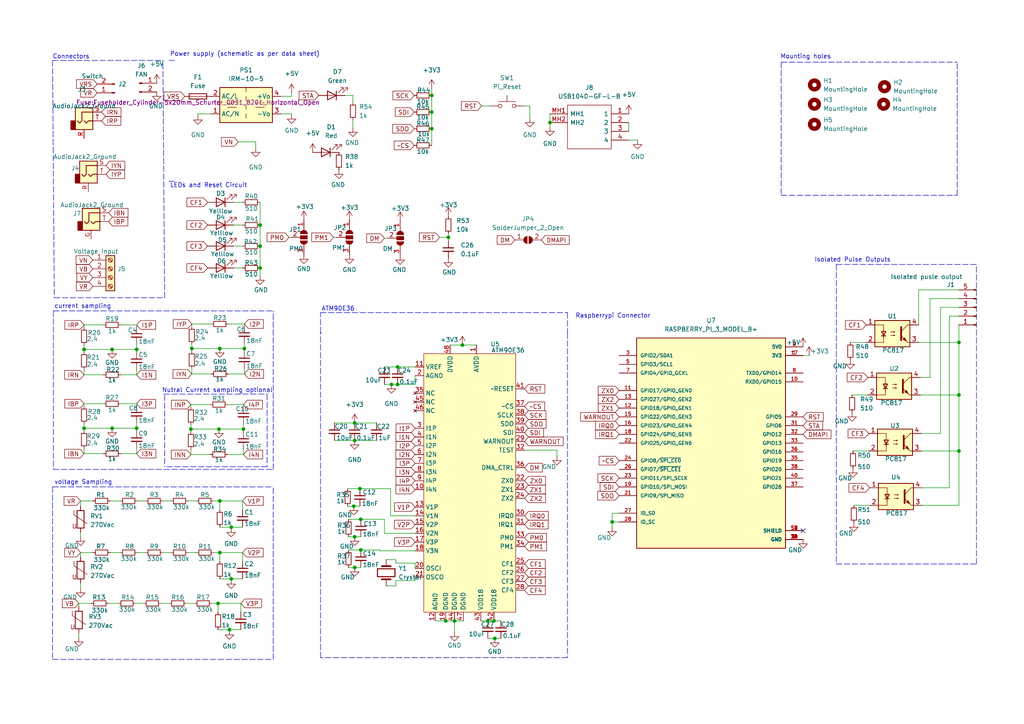
<source format=kicad_sch>
(kicad_sch (version 20211123) (generator eeschema)
  (paper "A4")
  (lib_symbols
    (symbol "ATM90E36:ATM90E36"
      (property "Reference" "U?" (at 8.3694 42.164 0))
      (property "Value" "ATM90E36" (at 8.3694 39.624 0))
      (symbol "ATM90E36_1_1"
        (pin power_in line (at 2.54 39.37 270) (length 2.54) (name "AVDD") (number "1"))
        (pin input line (at -15.24 -2.54 0) (length 2.54) (name "I4N") (number "10"))
        (pin input line (at -15.24 33.02 0) (length 2.54) (name "VREF") (number "11"))
        (pin passive line (at -9.398 -40.64 90) (length 2.54) (name "AGND") (number "12"))
        (pin input line (at -15.24 -7.62 0) (length 2.54) (name "V1P") (number "13"))
        (pin input line (at -15.24 -10.16 0) (length 2.54) (name "V1N") (number "14"))
        (pin input line (at -15.24 -12.7 0) (length 2.54) (name "V2P") (number "15"))
        (pin input line (at -15.24 -15.24 0) (length 2.54) (name "V2N") (number "16"))
        (pin input line (at -15.24 -17.78 0) (length 2.54) (name "V3P") (number "17"))
        (pin input line (at -15.24 -20.32 0) (length 2.54) (name "V3N") (number "18"))
        (pin input line (at -6.35 -40.64 90) (length 2.54) (name "DGND") (number "19"))
        (pin power_in line (at -15.24 30.48 0) (length 2.54) (name "AGND") (number "2"))
        (pin input line (at -15.24 -25.4 0) (length 2.54) (name "OSCI") (number "20"))
        (pin input line (at -15.24 -27.94 0) (length 2.54) (name "OSCO") (number "21"))
        (pin input line (at 16.51 0 180) (length 2.54) (name "ZX0") (number "22"))
        (pin input line (at 16.51 -2.54 180) (length 2.54) (name "ZX1") (number "23"))
        (pin input line (at 16.51 -5.08 180) (length 2.54) (name "ZX2") (number "24"))
        (pin input line (at 16.51 -24.13 180) (length 2.54) (name "CF1") (number "25"))
        (pin input line (at 16.51 -26.67 180) (length 2.54) (name "CF2") (number "26"))
        (pin input line (at 16.51 -29.21 180) (length 2.54) (name "CF3") (number "27"))
        (pin input line (at 16.51 -31.75 180) (length 2.54) (name "CF4") (number "28"))
        (pin input line (at 16.51 11.43 180) (length 2.54) (name "WARNOUT") (number "29"))
        (pin input line (at -15.24 15.24 0) (length 2.54) (name "I1P") (number "3"))
        (pin input line (at 16.51 -10.16 180) (length 2.54) (name "IRQ0") (number "30"))
        (pin input line (at 16.51 -12.7 180) (length 2.54) (name "IRQ1") (number "31"))
        (pin input line (at 16.51 8.89 180) (length 2.54) (name "TEST") (number "32"))
        (pin input line (at 16.51 -16.51 180) (length 2.54) (name "PM0") (number "33"))
        (pin input line (at 16.51 -19.05 180) (length 2.54) (name "PM1") (number "34"))
        (pin no_connect line (at -15.24 25.4 0) (length 2.54) (name "NC") (number "35"))
        (pin input line (at 16.51 3.81 180) (length 2.54) (name "DMA_CTRL") (number "36"))
        (pin input line (at 16.51 21.59 180) (length 2.54) (name "~CS") (number "37"))
        (pin input line (at 16.51 19.05 180) (length 2.54) (name "SCLK") (number "38"))
        (pin input line (at 16.51 16.51 180) (length 2.54) (name "SDO") (number "39"))
        (pin input line (at -15.24 12.7 0) (length 2.54) (name "I1N") (number "4"))
        (pin input line (at 16.51 13.97 180) (length 2.54) (name "SDI") (number "40"))
        (pin input line (at 16.51 26.67 180) (length 2.54) (name "~RESET") (number "41"))
        (pin input line (at 7.62 -40.64 90) (length 2.54) (name "VDD18") (number "42"))
        (pin input line (at 3.81 -40.64 90) (length 2.54) (name "VDD18") (number "43"))
        (pin input line (at -3.81 -40.64 90) (length 2.54) (name "DGND") (number "44"))
        (pin no_connect line (at -15.24 22.86 0) (length 2.54) (name "NC") (number "45"))
        (pin no_connect line (at -15.24 20.32 0) (length 2.54) (name "NC") (number "46"))
        (pin power_in line (at -1.27 -40.64 90) (length 2.54) (name "DGND") (number "47"))
        (pin power_in line (at -5.08 39.37 270) (length 2.54) (name "DVDD") (number "48"))
        (pin input line (at -15.24 10.16 0) (length 2.54) (name "I2P") (number "5"))
        (pin input line (at -15.24 7.62 0) (length 2.54) (name "I2N") (number "6"))
        (pin input line (at -15.24 5.08 0) (length 2.54) (name "I3P") (number "7"))
        (pin input line (at -15.24 2.54 0) (length 2.54) (name "I3N") (number "8"))
        (pin input line (at -15.24 0 0) (length 2.54) (name "I4P") (number "9"))
      )
    )
    (symbol "AudioJack2_Ground_1"
      (property "Reference" "J" (at 0 8.89 0))
      (property "Value" "AudioJack2_Ground_1" (at 0 6.35 0))
      (symbol "AudioJack2_Ground_1_1_1"
        (pin passive line (at 0 -5.08 90) (length 2.54) (name "~") (number "G"))
        (pin passive line (at 5.08 2.54 180) (length 2.54) (name "~") (number "S"))
        (pin passive line (at 5.08 0 180) (length 2.54) (name "~") (number "T"))
      )
    )
    (symbol "AudioJack2_Ground_2"
      (property "Reference" "J4" (at -3.81 1.778 0))
      (property "Value" "AudioJack2_Ground_2" (at -1.016 5.08 0))
      (symbol "AudioJack2_Ground_2_1_1"
        (pin passive line (at 0 -5.08 90) (length 2.54) (name "~") (number "R"))
        (pin passive line (at 5.08 2.54 180) (length 2.54) (name "~") (number "S"))
        (pin passive line (at 5.08 0 180) (length 2.54) (name "~") (number "T"))
      )
    )
    (symbol "Connector:AudioJack2_Ground"
      (property "Reference" "J3" (at -0.635 9.144 0))
      (property "Value" "AudioJack2_Ground" (at 0 4.318 0))
      (symbol "AudioJack2_Ground_1_1"
        (pin passive line (at 0 -5.08 90) (length 2.54) (name "~") (number "R"))
        (pin passive line (at 5.08 2.54 180) (length 2.54) (name "~") (number "S"))
        (pin passive line (at 5.08 0 180) (length 2.54) (name "~") (number "T"))
      )
    )
    (symbol "Connector:Conn_01x02_Male" (pin_names (offset 1.016) hide)
      (property "Reference" "J" (at 0 2.54 0))
      (property "Value" "Conn_01x02_Male" (at 0 -5.08 0))
      (symbol "Conn_01x02_Male_1_1"
        (pin passive line (at 5.08 0 180) (length 3.81) (name "Pin_1") (number "1"))
        (pin passive line (at 5.08 -2.54 180) (length 3.81) (name "Pin_2") (number "2"))
      )
    )
    (symbol "Connector:Conn_01x05_Male" (pin_names (offset 1.016) hide)
      (property "Reference" "J" (at 0 7.62 0))
      (property "Value" "Conn_01x05_Male" (at 0 -7.62 0))
      (symbol "Conn_01x05_Male_1_1"
        (pin passive line (at 5.08 5.08 180) (length 3.81) (name "Pin_1") (number "1"))
        (pin passive line (at 5.08 2.54 180) (length 3.81) (name "Pin_2") (number "2"))
        (pin passive line (at 5.08 0 180) (length 3.81) (name "Pin_3") (number "3"))
        (pin passive line (at 5.08 -2.54 180) (length 3.81) (name "Pin_4") (number "4"))
        (pin passive line (at 5.08 -5.08 180) (length 3.81) (name "Pin_5") (number "5"))
      )
    )
    (symbol "Connector:Screw_Terminal_01x04" (pin_names (offset 1.016) hide)
      (property "Reference" "J" (at 0 5.08 0))
      (property "Value" "Screw_Terminal_01x04" (at 0 -7.62 0))
      (symbol "Screw_Terminal_01x04_1_1"
        (pin passive line (at -5.08 2.54 0) (length 3.81) (name "Pin_1") (number "1"))
        (pin passive line (at -5.08 0 0) (length 3.81) (name "Pin_2") (number "2"))
        (pin passive line (at -5.08 -2.54 0) (length 3.81) (name "Pin_3") (number "3"))
        (pin passive line (at -5.08 -5.08 0) (length 3.81) (name "Pin_4") (number "4"))
      )
    )
    (symbol "Converter_ACDC:IRM-10-5"
      (property "Reference" "PS" (at 0 6.35 0))
      (property "Value" "IRM-10-5" (at 0 -6.35 0))
      (symbol "IRM-10-5_1_1"
        (pin power_in line (at -10.16 -2.54 0) (length 2.54) (name "AC/N") (number "1"))
        (pin power_in line (at -10.16 2.54 0) (length 2.54) (name "AC/L") (number "2"))
        (pin power_out line (at 10.16 -2.54 180) (length 2.54) (name "-Vo") (number "3"))
        (pin power_out line (at 10.16 2.54 180) (length 2.54) (name "+Vo") (number "4"))
      )
    )
    (symbol "Device:C_Small" (pin_numbers hide) (pin_names (offset 0.254) hide)
      (property "Reference" "C" (at 0.254 1.778 0))
      (property "Value" "C_Small" (at 0.254 -2.032 0))
      (symbol "C_Small_1_1"
        (pin passive line (at 0 2.54 270) (length 2.032) (name "~") (number "1"))
        (pin passive line (at 0 -2.54 90) (length 2.032) (name "~") (number "2"))
      )
    )
    (symbol "Device:Crystal" (pin_numbers hide) (pin_names (offset 1.016) hide)
      (property "Reference" "Y" (at 0 3.81 0))
      (property "Value" "Crystal" (at 0 -3.81 0))
      (symbol "Crystal_1_1"
        (pin passive line (at -3.81 0 0) (length 1.27) (name "1") (number "1"))
        (pin passive line (at 3.81 0 180) (length 1.27) (name "2") (number "2"))
      )
    )
    (symbol "Device:Fuse" (pin_numbers hide) (pin_names (offset 0))
      (property "Reference" "F" (at 2.032 0 90))
      (property "Value" "Fuse" (at -1.905 0 90))
      (symbol "Fuse_1_1"
        (pin passive line (at 0 3.81 270) (length 1.27) (name "~") (number "1"))
        (pin passive line (at 0 -3.81 90) (length 1.27) (name "~") (number "2"))
      )
    )
    (symbol "Device:LED" (pin_numbers hide) (pin_names (offset 1.016) hide)
      (property "Reference" "D" (at 0 2.54 0))
      (property "Value" "LED" (at 0 -2.54 0))
      (symbol "LED_1_1"
        (pin passive line (at -3.81 0 0) (length 2.54) (name "K") (number "1"))
        (pin passive line (at 3.81 0 180) (length 2.54) (name "A") (number "2"))
      )
    )
    (symbol "Device:R_Small" (pin_numbers hide) (pin_names (offset 0.254) hide)
      (property "Reference" "R" (at 0.762 0.508 0))
      (property "Value" "R_Small" (at 0.762 -1.016 0))
      (symbol "R_Small_1_1"
        (pin passive line (at 0 2.54 270) (length 0.762) (name "~") (number "1"))
        (pin passive line (at 0 -2.54 90) (length 0.762) (name "~") (number "2"))
      )
    )
    (symbol "Device:Varistor" (pin_numbers hide) (pin_names (offset 0))
      (property "Reference" "RV" (at 3.175 0 90))
      (property "Value" "Varistor" (at -3.175 0 90))
      (symbol "Varistor_0_0"
        (text "U" (at -1.778 -2.032 0) (effects (font (size 1.27 1.27))))
      )
      (symbol "Varistor_1_1"
        (pin passive line (at 0 3.81 270) (length 1.27) (name "~") (number "1"))
        (pin passive line (at 0 -3.81 90) (length 1.27) (name "~") (number "2"))
      )
    )
    (symbol "Isolator:SFH617A-1X007T" (pin_names (offset 1.016))
      (property "Reference" "U" (at -5.08 6.35 0))
      (property "Value" "SFH617A-1X007T" (at -5.08 -6.35 0))
      (symbol "SFH617A-1X007T_1_1"
        (pin passive line (at -7.62 2.54 0) (length 2.54) (name "~") (number "1"))
        (pin passive line (at -7.62 -2.54 0) (length 2.54) (name "~") (number "2"))
        (pin passive line (at 7.62 -2.54 180) (length 2.54) (name "~") (number "3"))
        (pin passive line (at 7.62 2.54 180) (length 2.54) (name "~") (number "4"))
      )
    )
    (symbol "Jumper:SolderJumper_2_Open" (pin_names (offset 0) hide)
      (property "Reference" "JP" (at 0 2.032 0))
      (property "Value" "SolderJumper_2_Open" (at 0 -2.54 0))
      (symbol "SolderJumper_2_Open_1_1"
        (pin passive line (at -3.81 0 0) (length 2.54) (name "A") (number "1"))
        (pin passive line (at 3.81 0 180) (length 2.54) (name "B") (number "2"))
      )
    )
    (symbol "Jumper:SolderJumper_3_Open" (pin_names (offset 0) hide)
      (property "Reference" "JP" (at -2.54 -2.54 0))
      (property "Value" "SolderJumper_3_Open" (at 0 2.794 0))
      (symbol "SolderJumper_3_Open_1_1"
        (pin passive line (at -5.08 0 0) (length 2.54) (name "A") (number "1"))
        (pin input line (at 0 -3.81 90) (length 2.54) (name "C") (number "2"))
        (pin passive line (at 5.08 0 180) (length 2.54) (name "B") (number "3"))
      )
    )
    (symbol "Mechanical:MountingHole" (pin_names (offset 1.016))
      (property "Reference" "H" (at 0 5.08 0))
      (property "Value" "MountingHole" (at 0 3.175 0))
    )
    (symbol "RASPBERRY_PI_3_MODEL_B_:RASPBERRY_PI_3_MODEL_B+" (pin_names (offset 1.016))
      (property "Reference" "U?" (at -1.27 30.48 0))
      (property "Value" "RASPBERRY_PI_3_MODEL_B+" (at -1.27 27.94 0))
      (symbol "RASPBERRY_PI_3_MODEL_B+_0_0"
        (pin power_in line (at 25.4 -30.48 180) (length 5.08) (name "SHIELD") (number ""))
        (pin power_in line (at 25.4 20.32 180) (length 5.08) (name "3V3") (number "1"))
        (pin bidirectional line (at 25.4 12.7 180) (length 5.08) (name "RXD0/GPIO15") (number "10"))
        (pin bidirectional line (at -27.94 10.16 0) (length 5.08) (name "GPIO17/GPIO_GEN0") (number "11"))
        (pin bidirectional line (at -27.94 5.08 0) (length 5.08) (name "GPIO18/GPIO_GEN1") (number "12"))
        (pin bidirectional line (at -27.94 7.62 0) (length 5.08) (name "GPIO27/GPIO_GEN2") (number "13"))
        (pin power_in line (at 25.4 -33.02 180) (length 5.08) (name "GND") (number "14"))
        (pin bidirectional line (at -27.94 2.54 0) (length 5.08) (name "GPIO22/GPIO_GEN3") (number "15"))
        (pin bidirectional line (at -27.94 0 0) (length 5.08) (name "GPIO23/GPIO_GEN4") (number "16"))
        (pin power_in line (at 25.4 20.32 180) (length 5.08) (name "3V3") (number "17"))
        (pin bidirectional line (at -27.94 -2.54 0) (length 5.08) (name "GPIO24/GPIO_GEN5") (number "18"))
        (pin bidirectional line (at -27.94 -17.78 0) (length 5.08) (name "GPIO10/SPI_MOSI") (number "19"))
        (pin power_in line (at 25.4 22.86 180) (length 5.08) (name "5V0") (number "2"))
        (pin power_in line (at 25.4 -33.02 180) (length 5.08) (name "GND") (number "20"))
        (pin bidirectional line (at -27.94 -20.32 0) (length 5.08) (name "GPIO9/SPI_MISO") (number "21"))
        (pin bidirectional line (at -27.94 -5.08 0) (length 5.08) (name "GPIO25/GPIO_GEN6") (number "22"))
        (pin bidirectional line (at -27.94 -15.24 0) (length 5.08) (name "GPIO11/SPI_SCLK") (number "23"))
        (pin bidirectional line (at -27.94 -10.16 0) (length 5.08) (name "GPIO8/~{SPI_CE0}") (number "24"))
        (pin power_in line (at 25.4 -33.02 180) (length 5.08) (name "GND") (number "25"))
        (pin bidirectional line (at -27.94 -12.7 0) (length 5.08) (name "GPIO7/~{SPI_CE1}") (number "26"))
        (pin bidirectional line (at -27.94 -25.4 0) (length 5.08) (name "ID_SD") (number "27"))
        (pin bidirectional line (at -27.94 -27.94 0) (length 5.08) (name "ID_SC") (number "28"))
        (pin bidirectional line (at 25.4 2.54 180) (length 5.08) (name "GPIO5") (number "29"))
        (pin bidirectional line (at -27.94 20.32 0) (length 5.08) (name "GPIO2/SDA1") (number "3"))
        (pin power_in line (at 25.4 -33.02 180) (length 5.08) (name "GND") (number "30"))
        (pin bidirectional line (at 25.4 0 180) (length 5.08) (name "GPIO6") (number "31"))
        (pin bidirectional line (at 25.4 -2.54 180) (length 5.08) (name "GPIO12") (number "32"))
        (pin bidirectional line (at 25.4 -5.08 180) (length 5.08) (name "GPIO13") (number "33"))
        (pin power_in line (at 25.4 -33.02 180) (length 5.08) (name "GND") (number "34"))
        (pin bidirectional line (at 25.4 -10.16 180) (length 5.08) (name "GPIO19") (number "35"))
        (pin bidirectional line (at 25.4 -7.62 180) (length 5.08) (name "GPIO16") (number "36"))
        (pin bidirectional line (at 25.4 -17.78 180) (length 5.08) (name "GPIO26") (number "37"))
        (pin bidirectional line (at 25.4 -12.7 180) (length 5.08) (name "GPIO20") (number "38"))
        (pin power_in line (at 25.4 -33.02 180) (length 5.08) (name "GND") (number "39"))
        (pin power_in line (at 25.4 22.86 180) (length 5.08) (name "5V0") (number "4"))
        (pin bidirectional line (at 25.4 -15.24 180) (length 5.08) (name "GPIO21") (number "40"))
        (pin bidirectional line (at -27.94 17.78 0) (length 5.08) (name "GPIO3/SCL1") (number "5"))
        (pin power_in line (at 25.4 -33.02 180) (length 5.08) (name "GND") (number "6"))
        (pin bidirectional line (at -27.94 15.24 0) (length 5.08) (name "GPIO4/GPIO_GCKL") (number "7"))
        (pin bidirectional line (at 25.4 15.24 180) (length 5.08) (name "TXD0/GPIO14") (number "8"))
        (pin power_in line (at 25.4 -33.02 180) (length 5.08) (name "GND") (number "9"))
        (pin power_in line (at 25.4 -30.48 180) (length 5.08) (name "SHIELD") (number "S1"))
        (pin power_in line (at 25.4 -30.48 180) (length 5.08) (name "SHIELD") (number "S2"))
        (pin power_in line (at 25.4 -30.48 180) (length 5.08) (name "SHIELD") (number "S3"))
        (pin power_in line (at 25.4 -30.48 180) (length 5.08) (name "SHIELD") (number "S4"))
      )
    )
    (symbol "Switch:SW_Push" (pin_numbers hide) (pin_names (offset 1.016) hide)
      (property "Reference" "SW" (at 1.27 2.54 0))
      (property "Value" "SW_Push" (at 0 -1.524 0))
      (symbol "SW_Push_0_1"
        (pin passive line (at -5.08 0 0) (length 2.54) (name "1") (number "1"))
        (pin passive line (at 5.08 0 180) (length 2.54) (name "2") (number "2"))
      )
    )
    (symbol "USB1040-GF-L-B:USB1040-GF-L-B" (pin_names (offset 0.762))
      (property "Reference" "J" (at 19.05 7.62 0))
      (property "Value" "USB1040-GF-L-B" (at 19.05 5.08 0))
      (symbol "USB1040-GF-L-B_0_0"
        (pin passive line (at 22.86 0 180) (length 5.08) (name "1") (number "1"))
        (pin passive line (at 22.86 -2.54 180) (length 5.08) (name "2") (number "2"))
        (pin passive line (at 22.86 -5.08 180) (length 5.08) (name "3") (number "3"))
        (pin passive line (at 22.86 -7.62 180) (length 5.08) (name "4") (number "4"))
        (pin passive line (at 0 0 0) (length 5.08) (name "MH1") (number "MH1"))
        (pin passive line (at 0 -2.54 0) (length 5.08) (name "MH2") (number "MH2"))
      )
    )
    (symbol "power:+3V3" (power) (pin_names (offset 0))
      (property "Value" "+3V3" (at 0 3.556 0))
      (symbol "+3V3_1_1"
        (pin power_in line (at 0 0 90) (length 0) hide (name "+3V3") (number "1"))
      )
    )
    (symbol "power:+5V" (power) (pin_names (offset 0))
      (property "Value" "+5V" (at 0 3.556 0))
      (symbol "+5V_1_1"
        (pin power_in line (at 0 0 90) (length 0) hide (name "+5V") (number "1"))
      )
    )
    (symbol "power:GND" (power) (pin_names (offset 0))
      (property "Value" "GND" (at 0 -3.81 0))
      (symbol "GND_1_1"
        (pin power_in line (at 0 0 270) (length 0) hide (name "GND") (number "1"))
      )
    )
  )
  (junction (at 141.478 180.086))
  (junction (at 63.754 145.288))
  (junction (at 177.546 151.384))
  (junction (at 70.612 124.46))
  (junction (at 131.826 180.086))
  (junction (at 113.538 111.506))
  (junction (at 129.286 180.086))
  (junction (at 125.222 27.686))
  (junction (at 143.256 180.086))
  (junction (at 24.384 101.346))
  (junction (at 75.438 65.278))
  (junction (at 55.372 124.46))
  (junction (at 63.754 160.274))
  (junction (at 102.87 122.682))
  (junction (at 24.384 124.206))
  (junction (at 32.512 101.346))
  (junction (at 115.316 111.506))
  (junction (at 278.13 114.554))
  (junction (at 67.056 167.894))
  (junction (at 115.316 106.426))
  (junction (at 63.5 124.46))
  (junction (at 104.648 150.622))
  (junction (at 75.438 71.374))
  (junction (at 102.87 164.592))
  (junction (at 104.394 141.732))
  (junction (at 32.512 124.206))
  (junction (at 39.624 101.346))
  (junction (at 55.626 101.092))
  (junction (at 104.648 159.512))
  (junction (at 39.624 124.206))
  (junction (at 130.048 68.834))
  (junction (at 63.754 101.092))
  (junction (at 102.87 155.702))
  (junction (at 66.548 182.626))
  (junction (at 159.512 35.56))
  (junction (at 67.056 152.908))
  (junction (at 102.616 146.812))
  (junction (at 278.13 99.314))
  (junction (at 70.866 101.092))
  (junction (at 63.246 175.006))
  (junction (at 125.222 32.512))
  (junction (at 102.87 127.762))
  (junction (at 143.51 185.166))
  (junction (at 278.13 130.81))
  (junction (at 125.222 37.338))
  (junction (at 75.438 77.724))
  (junction (at 134.112 100.076))
  (no_connect (at 232.918 153.924))
  (wire (pts (xy 139.446 180.086) (xy 141.478 180.086)))
  (wire (pts (xy 54.61 145.288) (xy 56.896 145.288)))
  (wire (pts (xy 266.446 94.234) (xy 266.446 84.074)))
  (polyline (pts (xy 79.248 136.144) (xy 79.248 90.17)))
  (wire (pts (xy 57.404 33.02) (xy 57.404 33.528)))
  (wire (pts (xy 55.372 124.46) (xy 55.372 125.222)))
  (wire (pts (xy 66.548 182.626) (xy 69.85 182.626)))
  (wire (pts (xy 47.244 160.274) (xy 49.53 160.274)))
  (wire (pts (xy 47.244 145.288) (xy 49.53 145.288)))
  (wire (pts (xy 67.056 152.908) (xy 67.056 153.162)))
  (wire (pts (xy 24.384 101.346) (xy 32.512 101.346)))
  (wire (pts (xy 101.092 159.512) (xy 104.648 159.512)))
  (polyline (pts (xy 164.592 96.52) (xy 164.592 190.754)))
  (wire (pts (xy 110.236 159.766) (xy 110.236 159.512)))
  (wire (pts (xy 130.048 67.818) (xy 130.048 68.834)))
  (wire (pts (xy 100.076 27.686) (xy 102.362 27.686)))
  (polyline (pts (xy 15.24 141.224) (xy 15.24 191.262)))
  (wire (pts (xy 120.396 159.766) (xy 110.236 159.766)))
  (polyline (pts (xy 226.568 18.034) (xy 277.622 18.034)))
  (wire (pts (xy 32.004 160.274) (xy 34.798 160.274)))
  (polyline (pts (xy 15.748 86.36) (xy 47.752 86.36)))
  (wire (pts (xy 55.626 99.822) (xy 55.626 101.092)))
  (wire (pts (xy 24.384 107.188) (xy 24.384 108.712)))
  (wire (pts (xy 84.582 33.02) (xy 84.582 33.274)))
  (wire (pts (xy 54.102 175.006) (xy 56.388 175.006)))
  (polyline (pts (xy 242.57 76.708) (xy 283.21 76.708)))
  (wire (pts (xy 63.754 167.894) (xy 67.056 167.894)))
  (wire (pts (xy 159.512 33.02) (xy 159.512 35.56)))
  (wire (pts (xy 67.818 58.674) (xy 70.358 58.674)))
  (wire (pts (xy 22.86 175.006) (xy 26.416 175.006)))
  (wire (pts (xy 67.056 167.894) (xy 67.056 168.148)))
  (polyline (pts (xy 15.494 90.17) (xy 15.494 136.144)))
  (wire (pts (xy 102.87 164.592) (xy 104.648 164.592)))
  (wire (pts (xy 102.87 155.702) (xy 104.648 155.702)))
  (wire (pts (xy 278.13 146.558) (xy 278.13 130.81)))
  (wire (pts (xy 143.51 185.166) (xy 145.288 185.166)))
  (wire (pts (xy 24.384 124.206) (xy 32.512 124.206)))
  (wire (pts (xy 114.808 163.322) (xy 120.396 163.322)))
  (wire (pts (xy 101.092 150.622) (xy 104.648 150.622)))
  (polyline (pts (xy 92.964 96.52) (xy 93.218 96.52)))
  (wire (pts (xy 125.222 27.686) (xy 125.222 32.512)))
  (wire (pts (xy 39.624 101.346) (xy 39.624 102.108)))
  (wire (pts (xy 55.626 101.092) (xy 63.754 101.092)))
  (wire (pts (xy 115.316 111.506) (xy 120.396 111.506)))
  (wire (pts (xy 247.65 146.558) (xy 252.222 146.558)))
  (wire (pts (xy 67.056 167.894) (xy 70.358 167.894)))
  (wire (pts (xy 267.462 141.478) (xy 275.336 141.478)))
  (wire (pts (xy 126.238 180.086) (xy 129.286 180.086)))
  (wire (pts (xy 67.056 152.908) (xy 70.358 152.908)))
  (wire (pts (xy 97.028 122.682) (xy 102.87 122.682)))
  (wire (pts (xy 177.546 148.844) (xy 177.546 151.384)))
  (wire (pts (xy 63.754 160.274) (xy 63.754 162.814)))
  (wire (pts (xy 75.438 65.278) (xy 75.438 71.374)))
  (wire (pts (xy 102.87 127.762) (xy 109.22 127.762)))
  (wire (pts (xy 114.808 169.926) (xy 114.808 168.402)))
  (wire (pts (xy 120.396 154.686) (xy 111.506 154.686)))
  (polyline (pts (xy 277.622 56.642) (xy 277.622 18.034)))
  (polyline (pts (xy 47.752 114.554) (xy 47.752 135.382)))
  (wire (pts (xy 177.546 151.384) (xy 179.578 151.384)))
  (wire (pts (xy 63.246 175.006) (xy 63.246 177.546)))
  (wire (pts (xy 246.634 99.314) (xy 251.206 99.314)))
  (wire (pts (xy 39.624 108.712) (xy 39.624 107.188)))
  (wire (pts (xy 22.86 176.022) (xy 22.86 175.006)))
  (wire (pts (xy 130.556 100.076) (xy 134.112 100.076)))
  (wire (pts (xy 74.168 41.148) (xy 74.168 42.926)))
  (wire (pts (xy 35.052 131.572) (xy 39.624 131.572)))
  (wire (pts (xy 100.838 146.812) (xy 102.616 146.812)))
  (wire (pts (xy 120.396 149.606) (xy 113.284 149.606)))
  (wire (pts (xy 102.616 146.812) (xy 104.394 146.812)))
  (wire (pts (xy 153.67 30.734) (xy 153.67 34.29)))
  (polyline (pts (xy 242.57 163.576) (xy 283.21 163.576)))
  (wire (pts (xy 159.512 35.56) (xy 159.512 36.83)))
  (wire (pts (xy 24.384 101.346) (xy 24.384 102.108)))
  (wire (pts (xy 96.774 68.834) (xy 97.536 68.834)))
  (wire (pts (xy 97.028 127.762) (xy 102.87 127.762)))
  (wire (pts (xy 31.496 175.006) (xy 34.29 175.006)))
  (wire (pts (xy 67.818 65.278) (xy 70.358 65.278)))
  (polyline (pts (xy 15.494 90.17) (xy 79.248 90.17)))
  (wire (pts (xy 70.612 131.826) (xy 70.612 130.302)))
  (wire (pts (xy 278.13 130.81) (xy 278.13 114.554)))
  (wire (pts (xy 55.372 117.348) (xy 60.96 117.348)))
  (wire (pts (xy 141.478 185.166) (xy 143.51 185.166)))
  (wire (pts (xy 32.512 101.346) (xy 39.624 101.346)))
  (wire (pts (xy 55.372 123.19) (xy 55.372 124.46)))
  (wire (pts (xy 39.624 131.572) (xy 39.624 130.048)))
  (wire (pts (xy 55.626 94.742) (xy 55.626 93.98)))
  (wire (pts (xy 39.624 122.682) (xy 39.624 124.206)))
  (wire (pts (xy 125.222 25.654) (xy 125.222 27.686)))
  (wire (pts (xy 275.336 91.694) (xy 278.13 91.694)))
  (wire (pts (xy 267.462 146.558) (xy 278.13 146.558)))
  (wire (pts (xy 24.384 117.094) (xy 29.972 117.094)))
  (wire (pts (xy 84.582 27.94) (xy 84.582 26.924)))
  (wire (pts (xy 35.052 117.094) (xy 39.624 117.094)))
  (wire (pts (xy 269.748 109.474) (xy 266.954 109.474)))
  (wire (pts (xy 66.548 182.626) (xy 66.548 182.88)))
  (polyline (pts (xy 164.592 90.678) (xy 164.592 96.52)))
  (wire (pts (xy 114.808 168.402) (xy 120.396 168.402)))
  (wire (pts (xy 141.478 180.086) (xy 143.256 180.086)))
  (wire (pts (xy 100.838 141.732) (xy 104.394 141.732)))
  (polyline (pts (xy 50.546 52.578) (xy 49.022 52.578)))
  (polyline (pts (xy 164.592 190.754) (xy 92.964 190.754)))
  (wire (pts (xy 67.818 77.724) (xy 70.358 77.724)))
  (wire (pts (xy 24.384 94.234) (xy 29.972 94.234)))
  (wire (pts (xy 39.624 99.822) (xy 39.624 101.346)))
  (wire (pts (xy 23.368 161.544) (xy 23.368 160.274)))
  (wire (pts (xy 120.396 168.402) (xy 120.396 167.386)))
  (polyline (pts (xy 77.47 135.382) (xy 47.752 135.382)))
  (wire (pts (xy 23.368 169.164) (xy 23.368 170.688)))
  (polyline (pts (xy 15.24 17.526) (xy 47.244 17.526)))
  (wire (pts (xy 111.506 69.088) (xy 112.268 69.088)))
  (wire (pts (xy 143.256 180.086) (xy 145.288 180.086)))
  (wire (pts (xy 114.808 162.306) (xy 114.808 163.322)))
  (wire (pts (xy 102.362 34.798) (xy 102.362 37.084)))
  (wire (pts (xy 112.014 162.306) (xy 114.808 162.306)))
  (wire (pts (xy 67.818 71.374) (xy 70.358 71.374)))
  (wire (pts (xy 70.866 101.092) (xy 70.866 101.854)))
  (wire (pts (xy 269.748 86.614) (xy 278.13 86.614)))
  (wire (pts (xy 55.626 93.98) (xy 61.214 93.98)))
  (wire (pts (xy 55.372 118.11) (xy 55.372 117.348)))
  (wire (pts (xy 272.796 89.154) (xy 272.796 125.73)))
  (wire (pts (xy 61.976 160.274) (xy 63.754 160.274)))
  (wire (pts (xy 102.362 27.686) (xy 102.362 29.718)))
  (wire (pts (xy 111.506 154.686) (xy 111.506 150.622)))
  (wire (pts (xy 81.534 33.02) (xy 84.582 33.02)))
  (wire (pts (xy 66.04 131.826) (xy 70.612 131.826)))
  (wire (pts (xy 39.37 175.006) (xy 41.656 175.006)))
  (wire (pts (xy 35.052 94.234) (xy 39.624 94.234)))
  (wire (pts (xy 35.052 108.712) (xy 39.624 108.712)))
  (wire (pts (xy 24.384 94.996) (xy 24.384 94.234)))
  (wire (pts (xy 152.146 30.734) (xy 153.67 30.734)))
  (wire (pts (xy 112.014 169.926) (xy 114.808 169.926)))
  (wire (pts (xy 81.534 27.94) (xy 84.582 27.94)))
  (wire (pts (xy 111.506 150.622) (xy 104.648 150.622)))
  (wire (pts (xy 152.146 130.556) (xy 161.544 130.556)))
  (wire (pts (xy 70.612 117.348) (xy 70.612 117.856)))
  (wire (pts (xy 247.396 130.81) (xy 251.968 130.81)))
  (wire (pts (xy 24.384 124.206) (xy 24.384 124.968)))
  (wire (pts (xy 70.612 122.936) (xy 70.612 124.46)))
  (wire (pts (xy 55.372 131.826) (xy 60.96 131.826)))
  (wire (pts (xy 66.04 117.348) (xy 70.612 117.348)))
  (wire (pts (xy 125.222 37.338) (xy 125.222 42.164)))
  (wire (pts (xy 39.624 124.206) (xy 39.624 124.968)))
  (wire (pts (xy 63.754 145.288) (xy 63.754 147.828)))
  (wire (pts (xy 113.284 149.606) (xy 113.284 141.732)))
  (wire (pts (xy 266.446 99.314) (xy 278.13 99.314)))
  (wire (pts (xy 266.954 114.554) (xy 278.13 114.554)))
  (polyline (pts (xy 15.24 17.526) (xy 15.748 86.36)))
  (wire (pts (xy 23.368 160.274) (xy 26.924 160.274)))
  (polyline (pts (xy 15.24 141.224) (xy 79.248 141.224)))
  (wire (pts (xy 130.048 68.834) (xy 130.048 69.85)))
  (wire (pts (xy 24.384 117.856) (xy 24.384 117.094)))
  (wire (pts (xy 61.468 175.006) (xy 63.246 175.006)))
  (wire (pts (xy 70.866 93.98) (xy 70.866 94.488)))
  (polyline (pts (xy 47.498 114.3) (xy 77.47 114.3)))
  (wire (pts (xy 22.86 183.642) (xy 22.86 184.912)))
  (wire (pts (xy 131.826 180.086) (xy 134.366 180.086)))
  (wire (pts (xy 61.214 33.02) (xy 57.404 33.02)))
  (wire (pts (xy 70.358 145.288) (xy 63.754 145.288)))
  (polyline (pts (xy 79.248 191.262) (xy 79.248 141.224)))
  (wire (pts (xy 69.85 177.546) (xy 69.85 175.006)))
  (wire (pts (xy 113.538 111.506) (xy 115.316 111.506)))
  (wire (pts (xy 23.368 146.812) (xy 23.368 145.288)))
  (wire (pts (xy 24.384 122.936) (xy 24.384 124.206)))
  (wire (pts (xy 39.624 94.234) (xy 39.624 94.742)))
  (wire (pts (xy 55.372 130.302) (xy 55.372 131.826)))
  (wire (pts (xy 75.438 58.674) (xy 75.438 65.278)))
  (wire (pts (xy 61.976 145.288) (xy 63.754 145.288)))
  (wire (pts (xy 24.384 131.572) (xy 29.972 131.572)))
  (wire (pts (xy 24.384 100.076) (xy 24.384 101.346)))
  (wire (pts (xy 111.506 106.426) (xy 115.316 106.426)))
  (wire (pts (xy 272.796 89.154) (xy 278.13 89.154)))
  (polyline (pts (xy 49.022 17.526) (xy 50.546 17.526)))
  (wire (pts (xy 269.748 86.614) (xy 269.748 109.474)))
  (wire (pts (xy 23.368 145.288) (xy 26.924 145.288)))
  (polyline (pts (xy 92.964 190.754) (xy 92.964 96.52)))
  (wire (pts (xy 267.208 125.73) (xy 272.796 125.73)))
  (wire (pts (xy 120.396 163.322) (xy 120.396 164.846)))
  (wire (pts (xy 125.222 32.512) (xy 125.222 37.338)))
  (wire (pts (xy 278.13 114.554) (xy 278.13 99.314)))
  (wire (pts (xy 101.092 164.592) (xy 102.87 164.592)))
  (wire (pts (xy 113.284 141.732) (xy 104.394 141.732)))
  (wire (pts (xy 182.372 40.64) (xy 184.912 40.64)))
  (wire (pts (xy 129.286 180.086) (xy 131.826 180.086)))
  (wire (pts (xy 39.878 160.274) (xy 42.164 160.274)))
  (wire (pts (xy 69.088 41.148) (xy 74.168 41.148)))
  (wire (pts (xy 63.246 182.626) (xy 66.548 182.626)))
  (wire (pts (xy 179.578 148.844) (xy 177.546 148.844)))
  (polyline (pts (xy 92.964 90.678) (xy 164.592 90.678)))
  (wire (pts (xy 182.372 35.56) (xy 182.372 38.1)))
  (wire (pts (xy 66.294 108.458) (xy 70.866 108.458)))
  (wire (pts (xy 101.092 155.702) (xy 102.87 155.702)))
  (wire (pts (xy 266.446 84.074) (xy 278.13 84.074)))
  (wire (pts (xy 24.384 108.712) (xy 29.972 108.712)))
  (wire (pts (xy 278.13 99.314) (xy 278.13 94.234)))
  (polyline (pts (xy 15.494 136.144) (xy 79.248 136.144)))
  (wire (pts (xy 102.87 122.682) (xy 109.22 122.682)))
  (wire (pts (xy 110.236 159.512) (xy 104.648 159.512)))
  (wire (pts (xy 139.7 30.734) (xy 141.986 30.734)))
  (wire (pts (xy 70.358 160.274) (xy 63.754 160.274)))
  (wire (pts (xy 70.866 108.458) (xy 70.866 106.934)))
  (wire (pts (xy 39.624 117.094) (xy 39.624 117.602)))
  (wire (pts (xy 70.866 99.568) (xy 70.866 101.092)))
  (polyline (pts (xy 15.24 191.262) (xy 79.248 191.262)))
  (wire (pts (xy 267.208 130.81) (xy 278.13 130.81)))
  (wire (pts (xy 70.612 124.46) (xy 70.612 125.222)))
  (polyline (pts (xy 242.57 76.708) (xy 242.57 163.576)))
  (wire (pts (xy 55.626 101.092) (xy 55.626 101.854)))
  (wire (pts (xy 83.82 68.834) (xy 84.328 68.834)))
  (wire (pts (xy 46.736 175.006) (xy 49.022 175.006)))
  (wire (pts (xy 115.316 106.426) (xy 120.396 106.426)))
  (wire (pts (xy 75.438 77.724) (xy 75.438 80.01)))
  (polyline (pts (xy 283.21 163.576) (xy 283.21 76.708)))
  (wire (pts (xy 32.512 124.206) (xy 39.624 124.206)))
  (wire (pts (xy 161.544 130.556) (xy 161.544 132.334)))
  (wire (pts (xy 54.61 160.274) (xy 56.896 160.274)))
  (wire (pts (xy 63.754 101.092) (xy 70.866 101.092)))
  (wire (pts (xy 111.506 111.506) (xy 113.538 111.506)))
  (wire (pts (xy 75.438 71.374) (xy 75.438 77.724)))
  (wire (pts (xy 70.358 147.828) (xy 70.358 145.288)))
  (wire (pts (xy 134.112 100.076) (xy 138.176 100.076)))
  (wire (pts (xy 177.546 152.908) (xy 177.546 151.384)))
  (polyline (pts (xy 47.752 86.36) (xy 47.244 17.526)))
  (wire (pts (xy 63.5 124.46) (xy 70.612 124.46)))
  (wire (pts (xy 63.754 152.908) (xy 67.056 152.908)))
  (wire (pts (xy 127.508 68.834) (xy 130.048 68.834)))
  (polyline (pts (xy 77.47 114.3) (xy 77.47 135.382)))
  (wire (pts (xy 120.396 111.506) (xy 120.396 108.966)))
  (polyline (pts (xy 226.568 56.642) (xy 277.622 56.642)))
  (wire (pts (xy 23.368 154.432) (xy 23.368 155.702)))
  (wire (pts (xy 131.826 180.086) (xy 131.826 183.388)))
  (wire (pts (xy 232.918 103.124) (xy 234.696 103.124)))
  (wire (pts (xy 66.294 93.98) (xy 70.866 93.98)))
  (polyline (pts (xy 226.568 18.034) (xy 226.568 56.642)))
  (wire (pts (xy 32.004 145.288) (xy 34.798 145.288)))
  (wire (pts (xy 39.878 145.288) (xy 42.164 145.288)))
  (wire (pts (xy 55.372 124.46) (xy 63.5 124.46)))
  (polyline (pts (xy 92.964 96.52) (xy 92.964 90.678)))
  (wire (pts (xy 275.336 91.694) (xy 275.336 141.478)))
  (wire (pts (xy 55.626 106.934) (xy 55.626 108.458)))
  (wire (pts (xy 69.85 175.006) (xy 63.246 175.006)))
  (wire (pts (xy 247.142 114.554) (xy 251.714 114.554)))
  (wire (pts (xy 24.384 130.048) (xy 24.384 131.572)))
  (wire (pts (xy 55.626 108.458) (xy 61.214 108.458)))
  (wire (pts (xy 70.358 162.814) (xy 70.358 160.274)))
  (text "ATM90E36\n" (at 93.218 90.424 0) (effects (font (size 1.27 1.27)) (justify left bottom)))
  (text "Power supply (schematic as per data sheet)" (at 49.276 16.51 0) (effects (font (size 1.27 1.27)) (justify left bottom)))
  (text "current sampling\n" (at 15.748 89.662 0) (effects (font (size 1.27 1.27)) (justify left bottom)))
  (text "Connectors" (at 15.24 17.272 0) (effects (font (size 1.27 1.27)) (justify left bottom)))
  (text "voltage Sampling\n" (at 15.748 140.716 0) (effects (font (size 1.27 1.27)) (justify left bottom)))
  (text "Raspberrypi Connector\n\n" (at 166.878 94.488 0) (effects (font (size 1.27 1.27)) (justify left bottom)))
  (text "Isolated Pulse Outputs" (at 236.22 76.2 0) (effects (font (size 1.27 1.27)) (justify left bottom)))
  (text "LEDs and Reset Circuit\n" (at 49.276 54.61 0) (effects (font (size 1.27 1.27)) (justify left bottom)))
  (text "Nutral Current sampling optional" (at 46.99 114.046 0) (effects (font (size 1.27 1.27)) (justify left bottom)))
  (text "Mounting holes\n" (at 226.314 17.272 0) (effects (font (size 1.27 1.27)) (justify left bottom)))
  (global_label "SDI" (shape input) (at 120.142 32.512 180) (property "Intersheet References" "${INTERSHEET_REFS}" (effects hide)))
  (global_label "RST" (shape input) (at 152.146 112.776 0) (property "Intersheet References" "${INTERSHEET_REFS}" (effects hide)))
  (global_label "IRQ0" (shape input) (at 152.146 149.606 0) (property "Intersheet References" "${INTERSHEET_REFS}" (effects hide)))
  (global_label "SDI" (shape input) (at 179.578 141.224 180) (property "Intersheet References" "${INTERSHEET_REFS}" (effects hide)))
  (global_label "IRQ0" (shape input) (at 179.578 123.444 180) (property "Intersheet References" "${INTERSHEET_REFS}" (effects hide)))
  (global_label "ZX1" (shape input) (at 179.578 118.364 180) (property "Intersheet References" "${INTERSHEET_REFS}" (effects hide)))
  (global_label "I3N" (shape input) (at 39.624 131.572 0) (property "Intersheet References" "${INTERSHEET_REFS}" (effects hide)))
  (global_label "I1N" (shape input) (at 120.396 126.746 180) (property "Intersheet References" "${INTERSHEET_REFS}" (effects hide)))
  (global_label "I1P" (shape input) (at 39.624 94.234 0) (property "Intersheet References" "${INTERSHEET_REFS}" (effects hide)))
  (global_label "CF2" (shape input) (at 60.198 65.278 180) (property "Intersheet References" "${INTERSHEET_REFS}" (effects hide)))
  (global_label "V3P" (shape input) (at 120.396 157.226 180) (property "Intersheet References" "${INTERSHEET_REFS}" (effects hide)))
  (global_label "V1P" (shape input) (at 120.396 147.066 180) (property "Intersheet References" "${INTERSHEET_REFS}" (effects hide)))
  (global_label "WARNOUT" (shape input) (at 152.146 128.016 0) (property "Intersheet References" "${INTERSHEET_REFS}" (effects hide)))
  (global_label "ZX0" (shape input) (at 152.146 139.446 0) (property "Intersheet References" "${INTERSHEET_REFS}" (effects hide)))
  (global_label "CF3" (shape input) (at 60.198 71.374 180) (property "Intersheet References" "${INTERSHEET_REFS}" (effects hide)))
  (global_label "PM0" (shape input) (at 152.146 155.956 0) (property "Intersheet References" "${INTERSHEET_REFS}" (effects hide)))
  (global_label "VR" (shape input) (at 28.194 26.924 180) (property "Intersheet References" "${INTERSHEET_REFS}" (effects hide)))
  (global_label "ZX2" (shape input) (at 179.578 115.824 180) (property "Intersheet References" "${INTERSHEET_REFS}" (effects hide)))
  (global_label "IBN" (shape input) (at 24.384 131.572 180) (property "Intersheet References" "${INTERSHEET_REFS}" (effects hide)))
  (global_label "IYP" (shape input) (at 55.626 93.98 180) (property "Intersheet References" "${INTERSHEET_REFS}" (effects hide)))
  (global_label "RST" (shape input) (at 139.7 30.734 180) (property "Intersheet References" "${INTERSHEET_REFS}" (effects hide)))
  (global_label "SDO" (shape input) (at 152.146 122.936 0) (property "Intersheet References" "${INTERSHEET_REFS}" (effects hide)))
  (global_label "DM" (shape input) (at 111.506 69.088 180) (property "Intersheet References" "${INTERSHEET_REFS}" (effects hide)))
  (global_label "I4N" (shape input) (at 70.612 131.826 0) (property "Intersheet References" "${INTERSHEET_REFS}" (effects hide)))
  (global_label "VY" (shape input) (at 26.924 80.518 180) (property "Intersheet References" "${INTERSHEET_REFS}" (effects hide)))
  (global_label "SDO" (shape input) (at 179.578 143.764 180) (property "Intersheet References" "${INTERSHEET_REFS}" (effects hide)))
  (global_label "I4P" (shape input) (at 70.612 117.348 0) (property "Intersheet References" "${INTERSHEET_REFS}" (effects hide)))
  (global_label "INN" (shape input) (at 55.372 131.826 180) (property "Intersheet References" "${INTERSHEET_REFS}" (effects hide)))
  (global_label "~CS" (shape input) (at 152.146 117.856 0) (property "Intersheet References" "${INTERSHEET_REFS}" (effects hide)))
  (global_label "SDI" (shape input) (at 152.146 125.476 0) (property "Intersheet References" "${INTERSHEET_REFS}" (effects hide)))
  (global_label "CF3" (shape input) (at 251.968 125.73 180) (property "Intersheet References" "${INTERSHEET_REFS}" (effects hide)))
  (global_label "I2N" (shape input) (at 70.866 108.458 0) (property "Intersheet References" "${INTERSHEET_REFS}" (effects hide)))
  (global_label "VRS" (shape input) (at 28.194 24.384 180) (property "Intersheet References" "${INTERSHEET_REFS}" (effects hide)))
  (global_label "PM1" (shape input) (at 152.146 158.496 0) (property "Intersheet References" "${INTERSHEET_REFS}" (effects hide)))
  (global_label "~CS" (shape input) (at 120.142 42.164 180) (property "Intersheet References" "${INTERSHEET_REFS}" (effects hide)))
  (global_label "V2P" (shape input) (at 70.358 160.274 0) (property "Intersheet References" "${INTERSHEET_REFS}" (effects hide)))
  (global_label "V1P" (shape input) (at 70.358 145.288 0) (property "Intersheet References" "${INTERSHEET_REFS}" (effects hide)))
  (global_label "VN" (shape input) (at 69.088 41.148 180) (property "Intersheet References" "${INTERSHEET_REFS}" (effects hide)))
  (global_label "I2P" (shape input) (at 120.396 129.286 180) (property "Intersheet References" "${INTERSHEET_REFS}" (effects hide)))
  (global_label "IRN" (shape input) (at 29.464 32.512 0) (property "Intersheet References" "${INTERSHEET_REFS}" (effects hide)))
  (global_label "CF3" (shape input) (at 152.146 168.656 0) (property "Intersheet References" "${INTERSHEET_REFS}" (effects hide)))
  (global_label "SDO" (shape input) (at 120.142 37.338 180) (property "Intersheet References" "${INTERSHEET_REFS}" (effects hide)))
  (global_label "SCK" (shape input) (at 179.578 138.684 180) (property "Intersheet References" "${INTERSHEET_REFS}" (effects hide)))
  (global_label "INP" (shape input) (at 55.372 117.348 180) (property "Intersheet References" "${INTERSHEET_REFS}" (effects hide)))
  (global_label "I2P" (shape input) (at 70.866 93.98 0) (property "Intersheet References" "${INTERSHEET_REFS}" (effects hide)))
  (global_label "IYN" (shape input) (at 55.626 108.458 180) (property "Intersheet References" "${INTERSHEET_REFS}" (effects hide)))
  (global_label "CF1" (shape input) (at 152.146 163.576 0) (property "Intersheet References" "${INTERSHEET_REFS}" (effects hide)))
  (global_label "VB" (shape input) (at 26.924 77.978 180) (property "Intersheet References" "${INTERSHEET_REFS}" (effects hide)))
  (global_label "VN" (shape input) (at 26.924 75.438 180) (property "Intersheet References" "${INTERSHEET_REFS}" (effects hide)))
  (global_label "~CS" (shape input) (at 179.578 133.604 180) (property "Intersheet References" "${INTERSHEET_REFS}" (effects hide)))
  (global_label "STA" (shape input) (at 232.918 123.444 0) (property "Intersheet References" "${INTERSHEET_REFS}" (effects hide)))
  (global_label "I4N" (shape input) (at 120.396 141.986 180) (property "Intersheet References" "${INTERSHEET_REFS}" (effects hide)))
  (global_label "DMAPI" (shape input) (at 232.918 125.984 0) (property "Intersheet References" "${INTERSHEET_REFS}" (effects hide)))
  (global_label "SCK" (shape input) (at 152.146 120.396 0) (property "Intersheet References" "${INTERSHEET_REFS}" (effects hide)))
  (global_label "CF4" (shape input) (at 252.222 141.478 180) (property "Intersheet References" "${INTERSHEET_REFS}" (effects hide)))
  (global_label "VY" (shape input) (at 23.368 160.274 180) (property "Intersheet References" "${INTERSHEET_REFS}" (effects hide)))
  (global_label "CF2" (shape input) (at 152.146 166.116 0) (property "Intersheet References" "${INTERSHEET_REFS}" (effects hide)))
  (global_label "I1P" (shape input) (at 120.396 124.206 180) (property "Intersheet References" "${INTERSHEET_REFS}" (effects hide)))
  (global_label "IRP" (shape input) (at 24.384 94.234 180) (property "Intersheet References" "${INTERSHEET_REFS}" (effects hide)))
  (global_label "V2P" (shape input) (at 120.396 152.146 180) (property "Intersheet References" "${INTERSHEET_REFS}" (effects hide)))
  (global_label "SCK" (shape input) (at 120.142 27.686 180) (property "Intersheet References" "${INTERSHEET_REFS}" (effects hide)))
  (global_label "I3P" (shape input) (at 120.396 134.366 180) (property "Intersheet References" "${INTERSHEET_REFS}" (effects hide)))
  (global_label "IYN" (shape input) (at 30.734 48.006 0) (property "Intersheet References" "${INTERSHEET_REFS}" (effects hide)))
  (global_label "RST" (shape input) (at 127.508 68.834 180) (property "Intersheet References" "${INTERSHEET_REFS}" (effects hide)))
  (global_label "PM1" (shape input) (at 96.774 68.834 180) (property "Intersheet References" "${INTERSHEET_REFS}" (effects hide)))
  (global_label "CF4" (shape input) (at 60.198 77.724 180) (property "Intersheet References" "${INTERSHEET_REFS}" (effects hide)))
  (global_label "V3P" (shape input) (at 69.85 175.006 0) (property "Intersheet References" "${INTERSHEET_REFS}" (effects hide)))
  (global_label "IRQ1" (shape input) (at 179.578 125.984 180) (property "Intersheet References" "${INTERSHEET_REFS}" (effects hide)))
  (global_label "CF2" (shape input) (at 251.714 109.474 180) (property "Intersheet References" "${INTERSHEET_REFS}" (effects hide)))
  (global_label "STA" (shape input) (at 92.456 27.686 180) (property "Intersheet References" "${INTERSHEET_REFS}" (effects hide)))
  (global_label "VR" (shape input) (at 26.924 83.058 180) (property "Intersheet References" "${INTERSHEET_REFS}" (effects hide)))
  (global_label "IRP" (shape input) (at 29.464 35.052 0) (property "Intersheet References" "${INTERSHEET_REFS}" (effects hide)))
  (global_label "VB" (shape input) (at 22.86 175.006 180) (property "Intersheet References" "${INTERSHEET_REFS}" (effects hide)))
  (global_label "IBP" (shape input) (at 31.496 64.262 0) (property "Intersheet References" "${INTERSHEET_REFS}" (effects hide)))
  (global_label "ZX0" (shape input) (at 179.578 113.284 180) (property "Intersheet References" "${INTERSHEET_REFS}" (effects hide)))
  (global_label "DMAPI" (shape input) (at 156.972 69.596 0) (property "Intersheet References" "${INTERSHEET_REFS}" (effects hide)))
  (global_label "CF4" (shape input) (at 152.146 171.196 0) (property "Intersheet References" "${INTERSHEET_REFS}" (effects hide)))
  (global_label "I3N" (shape input) (at 120.396 136.906 180) (property "Intersheet References" "${INTERSHEET_REFS}" (effects hide)))
  (global_label "IBP" (shape input) (at 24.384 117.094 180) (property "Intersheet References" "${INTERSHEET_REFS}" (effects hide)))
  (global_label "ZX1" (shape input) (at 152.146 141.986 0) (property "Intersheet References" "${INTERSHEET_REFS}" (effects hide)))
  (global_label "IBN" (shape input) (at 31.496 61.722 0) (property "Intersheet References" "${INTERSHEET_REFS}" (effects hide)))
  (global_label "CF1" (shape input) (at 60.198 58.674 180) (property "Intersheet References" "${INTERSHEET_REFS}" (effects hide)))
  (global_label "VR" (shape input) (at 23.368 145.288 180) (property "Intersheet References" "${INTERSHEET_REFS}" (effects hide)))
  (global_label "I3P" (shape input) (at 39.624 117.094 0) (property "Intersheet References" "${INTERSHEET_REFS}" (effects hide)))
  (global_label "WARNOUT" (shape input) (at 179.578 120.904 180) (property "Intersheet References" "${INTERSHEET_REFS}" (effects hide)))
  (global_label "IYP" (shape input) (at 30.734 50.546 0) (property "Intersheet References" "${INTERSHEET_REFS}" (effects hide)))
  (global_label "IRQ1" (shape input) (at 152.146 152.146 0) (property "Intersheet References" "${INTERSHEET_REFS}" (effects hide)))
  (global_label "DM" (shape input) (at 152.146 135.636 0) (property "Intersheet References" "${INTERSHEET_REFS}" (effects hide)))
  (global_label "IRN" (shape input) (at 24.384 108.712 180) (property "Intersheet References" "${INTERSHEET_REFS}" (effects hide)))
  (global_label "VRS" (shape input) (at 53.594 27.94 180) (property "Intersheet References" "${INTERSHEET_REFS}" (effects hide)))
  (global_label "I4P" (shape input) (at 120.396 139.446 180) (property "Intersheet References" "${INTERSHEET_REFS}" (effects hide)))
  (global_label "ZX2" (shape input) (at 152.146 144.526 0) (property "Intersheet References" "${INTERSHEET_REFS}" (effects hide)))
  (global_label "I1N" (shape input) (at 39.624 108.712 0) (property "Intersheet References" "${INTERSHEET_REFS}" (effects hide)))
  (global_label "CF1" (shape input) (at 251.206 94.234 180) (property "Intersheet References" "${INTERSHEET_REFS}" (effects hide)))
  (global_label "DM" (shape input) (at 149.352 69.596 180) (property "Intersheet References" "${INTERSHEET_REFS}" (effects hide)))
  (global_label "RST" (shape input) (at 232.918 120.904 0) (property "Intersheet References" "${INTERSHEET_REFS}" (effects hide)))
  (global_label "PM0" (shape input) (at 83.82 68.834 180) (property "Intersheet References" "${INTERSHEET_REFS}" (effects hide)))
  (global_label "I2N" (shape input) (at 120.396 131.826 180) (property "Intersheet References" "${INTERSHEET_REFS}" (effects hide)))
  (symbol (lib_id "power:+3V3") (at 102.87 122.682 0) (unit 1)
    (property "Reference" "#PWR020" (effects hide))
    (property "Value" "+3V3" (at 102.87 117.348 0))
  )
  (symbol (lib_id "Device:R_Small") (at 63.754 150.368 180) (unit 1)
    (property "Reference" "R6" (at 64.77 149.098 0) (effects (justify right)))
    (property "Value" "1k" (at 64.77 151.638 0) (effects (justify right)))
    (property "Footprint" "Resistor_SMD:R_1206_3216Metric" (effects hide))
  )
  (symbol (lib_id "Device:R_Small") (at 122.682 37.338 90) (unit 1)
    (property "Reference" "R46" (at 122.682 35.814 90))
    (property "Value" "10k" (at 122.936 38.862 90))
    (property "Footprint" "Resistor_SMD:R_0603_1608Metric" (effects hide))
  )
  (symbol (lib_id "Device:C_Small") (at 115.316 108.966 0) (unit 1)
    (property "Reference" "C24" (at 115.316 107.442 0) (effects (justify left)))
    (property "Value" "0.1uF" (at 115.824 110.744 0) (effects (justify left)))
    (property "Footprint" "Capacitor_SMD:C_0603_1608Metric" (effects hide))
  )
  (symbol (lib_id "Mechanical:MountingHole") (at 256.54 25.146 0) (unit 1)
    (property "Reference" "H2" (at 259.08 23.8759 0) (effects (justify left)))
    (property "Value" "MountingHole" (at 259.08 26.4159 0) (effects (justify left)))
    (property "Footprint" "MountingHole:MountingHole_3.5mm" (effects hide))
  )
  (symbol (lib_id "power:GND") (at 22.86 184.912 0) (unit 1)
    (property "Reference" "#PWR06" (effects hide))
    (property "Value" "GND" (at 20.828 188.214 0))
  )
  (symbol (lib_id "Device:R_Small") (at 37.338 145.288 90) (unit 1)
    (property "Reference" "R2" (at 37.592 143.51 90))
    (property "Value" "330k" (at 37.338 147.066 90))
    (property "Footprint" "Resistor_SMD:R_1206_3216Metric" (effects hide))
  )
  (symbol (lib_id "Device:R_Small") (at 101.092 162.052 0) (unit 1)
    (property "Reference" "R37" (at 97.79 161.29 0) (effects (justify left)))
    (property "Value" "1k" (at 97.79 163.068 0) (effects (justify left)))
    (property "Footprint" "Resistor_SMD:R_0603_1608Metric" (effects hide))
  )
  (symbol (lib_id "Device:R_Small") (at 101.092 153.162 0) (unit 1)
    (property "Reference" "R36" (at 97.79 152.4 0) (effects (justify left)))
    (property "Value" "1k" (at 97.79 154.178 0) (effects (justify left)))
    (property "Footprint" "Resistor_SMD:R_0603_1608Metric" (effects hide))
  )
  (symbol (lib_id "Device:R_Small") (at 32.512 117.094 90) (unit 1)
    (property "Reference" "R27" (at 32.512 115.316 90))
    (property "Value" "1k" (at 32.512 118.872 90))
    (property "Footprint" "Resistor_SMD:R_0603_1608Metric" (effects hide))
  )
  (symbol (lib_id "Switch:SW_Push") (at 147.066 30.734 0) (unit 1)
    (property "Reference" "SW1" (at 147.066 22.606 0))
    (property "Value" "Pi_Reset" (at 147.066 25.146 0))
    (property "Footprint" "Button_Switch_SMD:SW_Push_1P1T_NO_6x6mm_H9.5mm" (effects hide))
  )
  (symbol (lib_id "power:GND") (at 88.138 73.914 0) (unit 1)
    (property "Reference" "#PWR035" (effects hide))
    (property "Value" "GND" (at 88.138 77.978 0))
  )
  (symbol (lib_id "Device:LED") (at 96.266 27.686 180) (unit 1)
    (property "Reference" "D7" (at 97.8535 20.828 0))
    (property "Value" "Green" (at 97.8535 23.368 0))
    (property "Footprint" "LED_SMD:LED_0603_1608Metric_Pad1.05x0.95mm_HandSolder" (effects hide))
  )
  (symbol (lib_id "Device:R_Small") (at 55.626 97.282 0) (unit 1)
    (property "Reference" "R24" (at 56.642 96.266 0) (effects (justify left)))
    (property "Value" "2.4" (at 56.388 98.044 0) (effects (justify left)))
    (property "Footprint" "Resistor_SMD:R_1206_3216Metric" (effects hide))
  )
  (symbol (lib_id "power:GND") (at 232.918 156.464 0) (unit 1)
    (property "Reference" "#PWR014" (effects hide))
    (property "Value" "GND" (at 230.632 159.512 0))
  )
  (symbol (lib_id "Device:R_Small") (at 55.372 127.762 0) (unit 1)
    (property "Reference" "R33" (at 56.134 126.746 0) (effects (justify left)))
    (property "Value" "2.4" (at 56.134 128.778 0) (effects (justify left)))
    (property "Footprint" "Resistor_SMD:R_1206_3216Metric" (effects hide))
  )
  (symbol (lib_id "Device:R_Small") (at 24.384 97.536 0) (unit 1)
    (property "Reference" "R20" (at 25.4 96.52 0) (effects (justify left)))
    (property "Value" "2.4" (at 25.146 98.298 0) (effects (justify left)))
    (property "Footprint" "Resistor_SMD:R_1206_3216Metric" (effects hide))
  )
  (symbol (lib_id "Device:R_Small") (at 36.83 175.006 90) (unit 1)
    (property "Reference" "R14" (at 37.084 173.228 90))
    (property "Value" "330k" (at 36.83 176.784 90))
    (property "Footprint" "Resistor_SMD:R_1206_3216Metric" (effects hide))
  )
  (symbol (lib_id "Connector:Screw_Terminal_01x04") (at 32.004 77.978 0) (unit 1)
    (property "Reference" "J5" (at 34.036 77.9779 0) (effects (justify left)))
    (property "Value" "Voltage Input" (at 21.336 72.898 0) (effects (justify left)))
    (property "Footprint" "Connector_Phoenix_MSTB:PhoenixContact_MSTBA_2,5_4-G-5,08_1x04_P5.08mm_Horizontal" (effects hide))
  )
  (symbol (lib_id "Device:R_Small") (at 55.372 120.65 0) (unit 1)
    (property "Reference" "R32" (at 56.388 119.634 0) (effects (justify left)))
    (property "Value" "2.4" (at 56.134 121.412 0) (effects (justify left)))
    (property "Footprint" "Resistor_SMD:R_1206_3216Metric" (effects hide))
  )
  (symbol (lib_id "Device:R_Small") (at 44.196 175.006 90) (unit 1)
    (property "Reference" "R15" (at 44.196 173.228 90))
    (property "Value" "330k" (at 44.45 176.784 90))
    (property "Footprint" "Resistor_SMD:R_1206_3216Metric" (effects hide))
  )
  (symbol (lib_id "Device:R_Small") (at 52.07 145.288 90) (unit 1)
    (property "Reference" "R4" (at 52.07 143.51 90))
    (property "Value" "330k" (at 52.578 147.066 90))
    (property "Footprint" "Resistor_SMD:R_1206_3216Metric" (effects hide))
  )
  (symbol (lib_id "Jumper:SolderJumper_2_Open") (at 153.162 69.596 0) (unit 1)
    (property "Reference" "JP4" (at 153.162 63.5 0))
    (property "Value" "SolderJumper_2_Open" (at 153.162 66.04 0))
    (property "Footprint" "Jumper:SolderJumper-2_P1.3mm_Open_RoundedPad1.0x1.5mm" (effects hide))
  )
  (symbol (lib_id "power:+3V3") (at 125.222 25.654 0) (unit 1)
    (property "Reference" "#PWR019" (effects hide))
    (property "Value" "+3V3" (at 125.222 20.32 0))
  )
  (symbol (lib_id "Device:R_Small") (at 122.682 27.686 90) (unit 1)
    (property "Reference" "R44" (at 122.936 26.162 90))
    (property "Value" "10k" (at 122.682 29.464 90))
    (property "Footprint" "Resistor_SMD:R_0603_1608Metric" (effects hide))
  )
  (symbol (lib_id "Device:R_Small") (at 247.65 149.098 0) (unit 1)
    (property "Reference" "R51" (at 248.666 147.828 0) (effects (justify left)))
    (property "Value" "510" (at 248.666 151.384 0) (effects (justify left)))
    (property "Footprint" "Resistor_SMD:R_0603_1608Metric" (effects hide))
  )
  (symbol (lib_id "power:GND") (at 161.544 132.334 0) (unit 1)
    (property "Reference" "#PWR0108" (effects hide))
    (property "Value" "GND" (at 159.258 135.382 0))
  )
  (symbol (lib_id "Device:R_Small") (at 24.384 120.396 0) (unit 1)
    (property "Reference" "R28" (at 25.4 119.38 0) (effects (justify left)))
    (property "Value" "2.4" (at 25.146 121.158 0) (effects (justify left)))
    (property "Footprint" "Resistor_SMD:R_1206_3216Metric" (effects hide))
  )
  (symbol (lib_id "power:GND") (at 247.396 135.89 0) (unit 1)
    (property "Reference" "#PWR025" (effects hide))
    (property "Value" "GND" (at 245.11 138.684 0))
  )
  (symbol (lib_id "power:GND") (at 63.754 101.092 0) (unit 1)
    (property "Reference" "#PWR08" (effects hide))
    (property "Value" "GND" (at 63.754 104.902 0))
  )
  (symbol (lib_id "USB1040-GF-L-B:USB1040-GF-L-B") (at 159.512 33.02 0) (unit 1)
    (property "Reference" "J8" (at 170.942 25.4 0))
    (property "Value" "USB1040-GF-L-B" (at 170.942 27.94 0))
    (property "Footprint" "KiCAD:USB1040GFLB" (effects hide))
    (property "Datasheet" "https://gct.co/files/drawings/usb1040.pdf" (effects hide))
    (property "Description" "USB Connectors USB A Skt, TH, Vertical, GF, With kinked shell stakes, tray" (effects hide))
    (property "Height" "13.95" (effects hide))
    (property "Manufacturer_Name" "GCT (GLOBAL CONNECTOR TECHNOLOGY)" (effects hide))
    (property "Manufacturer_Part_Number" "USB1040-GF-L-B" (effects hide))
    (property "Mouser Part Number" "640-USB1040-GF-L-B" (effects hide))
    (property "Mouser Price/Stock" "https://www.mouser.co.uk/ProductDetail/GCT/USB1040-GF-L-B?qs=KUoIvG%2F9IlYqiLIcchup7w%3D%3D" (effects hide))
  )
  (symbol (lib_id "power:+3V3") (at 130.048 62.738 0) (unit 1)
    (property "Reference" "#PWR028" (effects hide))
    (property "Value" "+3V3" (at 130.048 59.436 0))
  )
  (symbol (lib_id "Device:R_Small") (at 63.754 93.98 90) (unit 1)
    (property "Reference" "R23" (at 63.754 92.202 90))
    (property "Value" "1k" (at 63.754 95.758 90))
    (property "Footprint" "Resistor_SMD:R_0603_1608Metric" (effects hide))
  )
  (symbol (lib_id "power:GND") (at 75.438 80.01 0) (unit 1)
    (property "Reference" "#PWR018" (effects hide))
    (property "Value" "GND" (at 75.692 84.074 0))
  )
  (symbol (lib_id "power:+3V3") (at 134.112 100.076 0) (unit 1)
    (property "Reference" "#PWR040" (effects hide))
    (property "Value" "+3V3" (at 130.302 98.552 0))
  )
  (symbol (lib_id "power:+5V") (at 45.466 24.13 0) (unit 1)
    (property "Reference" "#PWR015" (effects hide))
    (property "Value" "+5V" (at 45.466 18.542 0))
  )
  (symbol (lib_id "Device:Varistor") (at 23.368 150.622 0) (unit 1)
    (property "Reference" "RV1" (at 26.162 149.6647 0) (effects (justify left)))
    (property "Value" "270Vac" (at 26.162 152.2047 0) (effects (justify left)))
    (property "Footprint" "Varistor:RV_Disc_D15.5mm_W4.6mm_P7.5mm" (effects hide))
  )
  (symbol (lib_id "power:GND") (at 102.87 127.762 0) (unit 1)
    (property "Reference" "#PWR021" (effects hide))
    (property "Value" "GND" (at 102.87 133.35 0))
  )
  (symbol (lib_id "Device:R_Small") (at 63.5 117.348 90) (unit 1)
    (property "Reference" "R31" (at 63.5 115.57 90))
    (property "Value" "1k" (at 63.5 119.126 90))
    (property "Footprint" "Resistor_SMD:R_0603_1608Metric" (effects hide))
  )
  (symbol (lib_id "power:GND") (at 143.51 185.166 0) (unit 1)
    (property "Reference" "#PWR045" (effects hide))
    (property "Value" "GND" (at 143.51 188.976 0))
  )
  (symbol (lib_name "AudioJack2_Ground_1") (lib_id "Connector:AudioJack2_Ground") (at 26.416 64.262 0) (unit 1)
    (property "Reference" "J7" (at 22.352 61.976 0))
    (property "Value" "AudioJack2_Ground" (at 26.67 59.436 0))
    (property "Footprint" "Connector_Audio:Jack_3.5mm_PJ320D_Horizontal" (effects hide))
  )
  (symbol (lib_id "power:GND") (at 153.67 34.29 0) (unit 1)
    (property "Reference" "#PWR032" (effects hide))
    (property "Value" "GND" (at 153.67 39.116 0))
  )
  (symbol (lib_id "power:GND") (at 67.056 168.148 0) (unit 1)
    (property "Reference" "#PWR03" (effects hide))
    (property "Value" "GND" (at 67.056 172.72 0))
  )
  (symbol (lib_id "power:GND") (at 177.546 152.908 0) (unit 1)
    (property "Reference" "#PWR0101" (effects hide))
    (property "Value" "GND" (at 175.26 155.956 0))
  )
  (symbol (lib_id "power:GND") (at 247.65 151.638 0) (unit 1)
    (property "Reference" "#PWR026" (effects hide))
    (property "Value" "GND" (at 245.364 154.686 0))
  )
  (symbol (lib_id "Device:C_Small") (at 69.85 180.086 0) (unit 1)
    (property "Reference" "C3" (at 70.358 178.308 0) (effects (justify left)))
    (property "Value" "18nF" (at 70.358 181.61 0) (effects (justify left)))
    (property "Footprint" "Capacitor_SMD:C_0603_1608Metric" (effects hide))
  )
  (symbol (lib_id "Connector:Conn_01x02_Male") (at 40.386 24.13 0) (unit 1)
    (property "Reference" "J6" (at 41.021 19.05 0))
    (property "Value" "FAN" (at 41.021 21.59 0))
    (property "Footprint" "Connector_JST:JST_EH_B2B-EH-A_1x02_P2.50mm_Vertical" (effects hide))
  )
  (symbol (lib_id "power:+3V3") (at 101.346 63.754 0) (unit 1)
    (property "Reference" "#PWR030" (effects hide))
    (property "Value" "+3V3" (at 101.346 60.198 0))
  )
  (symbol (lib_id "Device:R_Small") (at 58.928 175.006 90) (unit 1)
    (property "Reference" "R17" (at 58.928 173.228 90))
    (property "Value" "330k" (at 59.436 176.784 90))
    (property "Footprint" "Resistor_SMD:R_1206_3216Metric" (effects hide))
  )
  (symbol (lib_id "power:GND") (at 102.362 37.084 0) (unit 1)
    (property "Reference" "#PWR034" (effects hide))
    (property "Value" "GND" (at 102.108 41.402 0))
  )
  (symbol (lib_id "Device:R_Small") (at 24.384 127.508 0) (unit 1)
    (property "Reference" "R29" (at 25.146 126.492 0) (effects (justify left)))
    (property "Value" "2.4" (at 25.146 128.524 0) (effects (justify left)))
    (property "Footprint" "Resistor_SMD:R_1206_3216Metric" (effects hide))
  )
  (symbol (lib_id "Mechanical:MountingHole") (at 236.22 24.638 0) (unit 1)
    (property "Reference" "H1" (at 238.76 23.3679 0) (effects (justify left)))
    (property "Value" "MountingHole" (at 238.76 25.9079 0) (effects (justify left)))
    (property "Footprint" "MountingHole:MountingHole_3.5mm" (effects hide))
  )
  (symbol (lib_id "Device:LED") (at 64.008 71.374 180) (unit 1)
    (property "Reference" "D5" (at 64.516 69.596 0))
    (property "Value" "Yelllow" (at 64.516 73.66 0))
    (property "Footprint" "LED_SMD:LED_0603_1608Metric_Pad1.05x0.95mm_HandSolder" (effects hide))
  )
  (symbol (lib_id "Connector:AudioJack2_Ground") (at 24.384 35.052 0) (unit 1)
    (property "Reference" "J3" (at 23.749 25.908 0))
    (property "Value" "AudioJack2_Ground" (at 24.384 30.734 0))
    (property "Footprint" "Connector_Audio:Jack_3.5mm_PJ320D_Horizontal" (effects hide))
  )
  (symbol (lib_id "power:GND") (at 102.87 164.592 0) (unit 1)
    (property "Reference" "#PWR013" (effects hide))
    (property "Value" "GND" (at 100.838 167.386 0))
  )
  (symbol (lib_id "power:GND") (at 247.142 119.634 0) (unit 1)
    (property "Reference" "#PWR024" (effects hide))
    (property "Value" "GND" (at 244.094 122.174 0))
  )
  (symbol (lib_id "Device:C_Small") (at 145.288 182.626 0) (unit 1)
    (property "Reference" "C28" (at 145.288 181.102 0) (effects (justify left)))
    (property "Value" "0.1uF" (at 145.796 184.404 0) (effects (justify left)))
    (property "Footprint" "Capacitor_SMD:C_0603_1608Metric" (effects hide))
  )
  (symbol (lib_id "Device:R_Small") (at 72.898 77.724 90) (unit 1)
    (property "Reference" "R43" (at 72.898 76.2 90))
    (property "Value" "510" (at 72.898 79.502 90))
    (property "Footprint" "Resistor_SMD:R_0603_1608Metric" (effects hide))
  )
  (symbol (lib_id "Converter_ACDC:IRM-10-5") (at 71.374 30.48 0) (unit 1)
    (property "Reference" "PS1" (at 71.374 20.32 0))
    (property "Value" "IRM-10-5" (at 71.374 22.86 0))
    (property "Footprint" "Converter_ACDC:Converter_ACDC_MeanWell_IRM-10-xx_THT" (effects hide))
    (property "Datasheet" "https://www.meanwell.com/Upload/PDF/IRM-10/IRM-10-SPEC.PDF" (effects hide))
  )
  (symbol (lib_id "Mechanical:MountingHole") (at 236.22 36.068 0) (unit 1)
    (property "Reference" "H5" (at 238.76 34.7979 0) (effects (justify left)))
    (property "Value" "MountingHole" (at 238.76 37.3379 0) (effects (justify left)))
    (property "Footprint" "MountingHole:MountingHole_3.5mm" (effects hide))
  )
  (symbol (lib_id "Device:C_Small") (at 130.048 72.39 0) (unit 1)
    (property "Reference" "C26" (at 133.604 71.1262 0) (effects (justify left)))
    (property "Value" "0.1uF" (at 133.604 73.6662 0) (effects (justify left)))
    (property "Footprint" "Capacitor_SMD:C_0603_1608Metric" (effects hide))
  )
  (symbol (lib_id "power:GND") (at 102.616 146.812 0) (unit 1)
    (property "Reference" "#PWR011" (effects hide))
    (property "Value" "GND" (at 100.076 149.352 0))
  )
  (symbol (lib_id "Device:R_Small") (at 44.704 160.274 90) (unit 1)
    (property "Reference" "R9" (at 44.704 158.496 90))
    (property "Value" "330k" (at 44.958 162.052 90))
    (property "Footprint" "Resistor_SMD:R_1206_3216Metric" (effects hide))
  )
  (symbol (lib_id "Device:R_Small") (at 72.898 58.674 90) (unit 1)
    (property "Reference" "R40" (at 72.898 56.896 90))
    (property "Value" "510" (at 72.898 60.452 90))
    (property "Footprint" "Resistor_SMD:R_0603_1608Metric" (effects hide))
  )
  (symbol (lib_id "Device:C_Small") (at 39.624 97.282 0) (unit 1)
    (property "Reference" "C4" (at 37.084 95.758 0) (effects (justify left)))
    (property "Value" "18nF" (at 40.132 99.06 0) (effects (justify left)))
    (property "Footprint" "Capacitor_SMD:C_0603_1608Metric" (effects hide))
  )
  (symbol (lib_id "Device:R_Small") (at 63.5 131.826 90) (unit 1)
    (property "Reference" "R34" (at 63.754 130.302 90))
    (property "Value" "1k" (at 63.5 133.35 90))
    (property "Footprint" "Resistor_SMD:R_0603_1608Metric" (effects hide))
  )
  (symbol (lib_id "power:+3V3") (at 234.696 103.124 0) (unit 1)
    (property "Reference" "#PWR042" (effects hide))
    (property "Value" "+3V3" (at 237.744 101.854 0))
  )
  (symbol (lib_id "Device:LED") (at 64.008 65.278 180) (unit 1)
    (property "Reference" "D4" (at 64.008 62.992 0))
    (property "Value" "Yelllow" (at 64.262 67.564 0))
    (property "Footprint" "LED_SMD:LED_0603_1608Metric_Pad1.05x0.95mm_HandSolder" (effects hide))
  )
  (symbol (lib_id "Device:R_Small") (at 52.07 160.274 90) (unit 1)
    (property "Reference" "R10" (at 52.07 158.496 90))
    (property "Value" "330k" (at 52.578 162.052 90))
    (property "Footprint" "Resistor_SMD:R_1206_3216Metric" (effects hide))
  )
  (symbol (lib_id "Connector:Conn_01x05_Male") (at 283.21 89.154 180) (unit 1)
    (property "Reference" "J1" (at 274.574 82.55 0) (effects (justify right)))
    (property "Value" "Isolated pusle output" (at 258.318 80.264 0) (effects (justify right)))
    (property "Footprint" "Connector_PinHeader_2.54mm:PinHeader_1x05_P2.54mm_Vertical" (effects hide))
  )
  (symbol (lib_id "Isolator:SFH617A-1X007T") (at 259.334 112.014 0) (unit 1)
    (property "Reference" "U2" (at 259.334 106.934 0))
    (property "Value" "PC817" (at 258.572 116.84 0))
    (property "Footprint" "Package_SO:SSO-4_6.7x5.1mm_P2.54mm_Clearance8mm" (effects hide))
    (property "Datasheet" "http://www.vishay.com/docs/83740/sfh617a.pdf" (effects hide))
  )
  (symbol (lib_id "Device:C_Small") (at 70.358 165.354 0) (unit 1)
    (property "Reference" "C2" (at 70.866 163.576 0) (effects (justify left)))
    (property "Value" "18nF" (at 70.866 166.878 0) (effects (justify left)))
    (property "Footprint" "Capacitor_SMD:C_0603_1608Metric" (effects hide))
  )
  (symbol (lib_id "Device:LED") (at 94.488 44.196 180) (unit 1)
    (property "Reference" "D1" (at 96.0755 36.83 0))
    (property "Value" "Red" (at 96.0755 39.37 0))
    (property "Footprint" "LED_SMD:LED_0603_1608Metric_Pad1.05x0.95mm_HandSolder" (effects hide))
  )
  (symbol (lib_id "Isolator:SFH617A-1X007T") (at 259.842 144.018 0) (unit 1)
    (property "Reference" "U4" (at 259.842 138.43 0))
    (property "Value" "PC817" (at 260.096 148.844 0))
    (property "Footprint" "Package_SO:SSO-4_6.7x5.1mm_P2.54mm_Clearance8mm" (effects hide))
    (property "Datasheet" "http://www.vishay.com/docs/83740/sfh617a.pdf" (effects hide))
  )
  (symbol (lib_id "Device:C_Small") (at 70.866 104.394 0) (unit 1)
    (property "Reference" "C7" (at 71.374 102.616 0) (effects (justify left)))
    (property "Value" "18nF" (at 71.374 106.172 0) (effects (justify left)))
    (property "Footprint" "Capacitor_SMD:C_0603_1608Metric" (effects hide))
  )
  (symbol (lib_id "Device:C_Small") (at 141.478 182.626 0) (unit 1)
    (property "Reference" "C27" (at 139.446 181.102 0) (effects (justify left)))
    (property "Value" "10uF" (at 135.89 183.896 0) (effects (justify left)))
    (property "Footprint" "Capacitor_SMD:C_0603_1608Metric" (effects hide))
  )
  (symbol (lib_name "AudioJack2_Ground_2") (lib_id "Connector:AudioJack2_Ground") (at 25.654 50.546 0) (unit 1)
    (property "Reference" "J4" (at 21.844 48.768 0))
    (property "Value" "AudioJack2_Ground" (at 24.638 45.466 0))
    (property "Footprint" "Connector_Audio:Jack_3.5mm_PJ320D_Horizontal" (effects hide))
  )
  (symbol (lib_id "Isolator:SFH617A-1X007T") (at 259.588 128.27 0) (unit 1)
    (property "Reference" "U3" (at 259.588 123.444 0))
    (property "Value" "PC817" (at 259.842 133.096 0))
    (property "Footprint" "Package_SO:SSO-4_6.7x5.1mm_P2.54mm_Clearance8mm" (effects hide))
    (property "Datasheet" "http://www.vishay.com/docs/83740/sfh617a.pdf" (effects hide))
  )
  (symbol (lib_id "power:GND") (at 57.404 33.528 0) (unit 1)
    (property "Reference" "#PWR0102" (effects hide))
    (property "Value" "GND" (at 57.404 39.116 0))
  )
  (symbol (lib_id "Device:LED") (at 64.008 77.724 180) (unit 1)
    (property "Reference" "D6" (at 64.262 75.692 0))
    (property "Value" "Yelllow" (at 64.262 80.01 0))
    (property "Footprint" "LED_SMD:LED_0603_1608Metric_Pad1.05x0.95mm_HandSolder" (effects hide))
  )
  (symbol (lib_id "Device:R_Small") (at 55.626 104.394 0) (unit 1)
    (property "Reference" "R25" (at 56.388 103.378 0) (effects (justify left)))
    (property "Value" "2.4" (at 56.388 105.41 0) (effects (justify left)))
    (property "Footprint" "Resistor_SMD:R_1206_3216Metric" (effects hide))
  )
  (symbol (lib_id "Device:C_Small") (at 70.866 97.028 0) (unit 1)
    (property "Reference" "C6" (at 68.58 95.504 0) (effects (justify left)))
    (property "Value" "18nF" (at 71.374 98.806 0) (effects (justify left)))
    (property "Footprint" "Capacitor_SMD:C_0603_1608Metric" (effects hide))
  )
  (symbol (lib_id "Device:C_Small") (at 104.648 153.162 0) (unit 1)
    (property "Reference" "C13" (at 105.41 151.892 0) (effects (justify left)))
    (property "Value" "18nF" (at 105.156 154.94 0) (effects (justify left)))
    (property "Footprint" "Capacitor_SMD:C_0603_1608Metric" (effects hide))
  )
  (symbol (lib_id "power:GND") (at 246.634 104.394 0) (unit 1)
    (property "Reference" "#PWR023" (effects hide))
    (property "Value" "GND" (at 243.586 106.172 0))
  )
  (symbol (lib_id "power:+5V") (at 84.582 26.924 0) (unit 1)
    (property "Reference" "#PWR0103" (effects hide))
    (property "Value" "+5V" (at 84.582 21.336 0))
  )
  (symbol (lib_id "power:GND") (at 130.048 74.93 0) (unit 1)
    (property "Reference" "#PWR038" (effects hide))
    (property "Value" "GND" (at 130.302 78.994 0))
  )
  (symbol (lib_id "Device:C_Small") (at 109.22 125.222 0) (unit 1)
    (property "Reference" "C22" (at 109.22 123.698 0) (effects (justify left)))
    (property "Value" "1uF" (at 109.728 127 0) (effects (justify left)))
    (property "Footprint" "Capacitor_SMD:C_0603_1608Metric" (effects hide))
  )
  (symbol (lib_id "Device:R_Small") (at 100.838 144.272 0) (unit 1)
    (property "Reference" "R35" (at 97.536 143.51 0) (effects (justify left)))
    (property "Value" "1k" (at 97.536 145.288 0) (effects (justify left)))
    (property "Footprint" "Resistor_SMD:R_0603_1608Metric" (effects hide))
  )
  (symbol (lib_id "Device:R_Small") (at 28.956 175.006 90) (unit 1)
    (property "Reference" "R13" (at 28.702 173.228 90))
    (property "Value" "330k" (at 28.956 177.038 90))
    (property "Footprint" "Resistor_SMD:R_1206_3216Metric" (effects hide))
  )
  (symbol (lib_id "power:GND") (at 23.368 170.688 0) (unit 1)
    (property "Reference" "#PWR04" (effects hide))
    (property "Value" "GND" (at 20.32 173.228 0))
  )
  (symbol (lib_id "power:+5V") (at 90.678 44.196 0) (unit 1)
    (property "Reference" "#PWR017" (effects hide))
    (property "Value" "+5V" (at 90.678 38.608 0))
  )
  (symbol (lib_id "RASPBERRY_PI_3_MODEL_B_:RASPBERRY_PI_3_MODEL_B+") (at 207.518 123.444 0) (unit 1)
    (property "Reference" "U7" (at 206.248 92.964 0))
    (property "Value" "RASPBERRY_PI_3_MODEL_B+" (at 206.248 95.504 0))
    (property "Footprint" "raspberrypi_kicad:MODULE_RASPBERRY_PI_3_MODEL_B+" (effects hide))
    (property "MANUFACTURER" "Raspberry Pi" (effects hide))
    (property "STANDARD" "Manufacturer Recommendations" (effects hide))
    (property "MAXIMUM_PACKAGE_HIEGHT" "18mm" (effects hide))
    (property "PARTREV" "1.0" (effects hide))
  )
  (symbol (lib_id "Connector:Conn_01x02_Male") (at 33.274 26.924 180) (unit 1)
    (property "Reference" "J2" (at 34.29 24.3839 0) (effects (justify right)))
    (property "Value" "Switch" (at 23.622 22.098 0) (effects (justify right)))
    (property "Footprint" "Connector_JST:JST_EH_B2B-EH-A_1x02_P2.50mm_Vertical" (effects hide))
  )
  (symbol (lib_id "Device:R_Small") (at 51.562 175.006 90) (unit 1)
    (property "Reference" "R16" (at 51.562 173.228 90))
    (property "Value" "330k" (at 52.07 176.784 90))
    (property "Footprint" "Resistor_SMD:R_1206_3216Metric" (effects hide))
  )
  (symbol (lib_id "Device:R_Small") (at 247.142 117.094 0) (unit 1)
    (property "Reference" "R49" (at 249.428 115.8239 0) (effects (justify left)))
    (property "Value" "510" (at 249.428 118.3639 0) (effects (justify left)))
    (property "Footprint" "Resistor_SMD:R_0603_1608Metric" (effects hide))
  )
  (symbol (lib_id "Device:C_Small") (at 97.028 125.222 0) (unit 1)
    (property "Reference" "C20" (at 97.028 123.698 0) (effects (justify left)))
    (property "Value" "10uF" (at 97.536 127 0) (effects (justify left)))
    (property "Footprint" "Capacitor_SMD:C_0603_1608Metric" (effects hide))
  )
  (symbol (lib_id "Jumper:SolderJumper_3_Open") (at 88.138 68.834 270) (unit 1)
    (property "Reference" "JP1" (at 83.82 66.548 90) (effects (justify left)))
    (property "Value" "PM0" (at 83.82 72.136 90) (effects (justify left)))
    (property "Footprint" "Jumper:SolderJumper-3_P1.3mm_Open_RoundedPad1.0x1.5mm_NumberLabels" (effects hide))
  )
  (symbol (lib_id "power:GND") (at 32.512 124.206 0) (unit 1)
    (property "Reference" "#PWR09" (effects hide))
    (property "Value" "GND" (at 32.512 128.016 0))
  )
  (symbol (lib_id "Device:Varistor") (at 23.368 165.354 0) (unit 1)
    (property "Reference" "RV2" (at 26.162 164.3967 0) (effects (justify left)))
    (property "Value" "270Vac" (at 26.162 166.9367 0) (effects (justify left)))
    (property "Footprint" "Varistor:RV_Disc_D15.5mm_W4.6mm_P7.5mm" (effects hide))
  )
  (symbol (lib_id "Device:R_Small") (at 247.396 133.35 0) (unit 1)
    (property "Reference" "R50" (at 248.666 132.08 0) (effects (justify left)))
    (property "Value" "510" (at 248.666 135.382 0) (effects (justify left)))
    (property "Footprint" "Resistor_SMD:R_0603_1608Metric" (effects hide))
  )
  (symbol (lib_id "Device:R_Small") (at 72.898 65.278 90) (unit 1)
    (property "Reference" "R41" (at 73.152 63.5 90))
    (property "Value" "510" (at 72.898 67.056 90))
    (property "Footprint" "Resistor_SMD:R_0603_1608Metric" (effects hide))
  )
  (symbol (lib_id "power:GND") (at 184.912 40.64 0) (unit 1)
    (property "Reference" "#PWR0106" (effects hide))
    (property "Value" "GND" (at 184.912 45.466 0))
  )
  (symbol (lib_id "Device:R_Small") (at 98.298 46.736 0) (unit 1)
    (property "Reference" "R38" (at 100.076 45.4659 0) (effects (justify left)))
    (property "Value" "1k" (at 100.076 48.0059 0) (effects (justify left)))
    (property "Footprint" "Resistor_SMD:R_0603_1608Metric" (effects hide))
  )
  (symbol (lib_id "Device:C_Small") (at 39.624 120.142 0) (unit 1)
    (property "Reference" "C8" (at 37.338 118.364 0) (effects (justify left)))
    (property "Value" "18nF" (at 40.132 121.92 0) (effects (justify left)))
    (property "Footprint" "Capacitor_SMD:C_0603_1608Metric" (effects hide))
  )
  (symbol (lib_id "power:+5V") (at 232.918 100.584 0) (unit 1)
    (property "Reference" "#PWR041" (effects hide))
    (property "Value" "+5V" (at 230.124 99.314 0))
  )
  (symbol (lib_id "power:GND") (at 32.512 101.346 0) (unit 1)
    (property "Reference" "#PWR07" (effects hide))
    (property "Value" "GND" (at 32.512 105.156 0))
  )
  (symbol (lib_id "power:GND") (at 74.168 42.926 0) (unit 1)
    (property "Reference" "#PWR039" (effects hide))
    (property "Value" "GND" (at 74.168 48.514 0))
  )
  (symbol (lib_id "Device:Varistor") (at 22.86 179.832 0) (unit 1)
    (property "Reference" "RV3" (at 25.654 178.8747 0) (effects (justify left)))
    (property "Value" "270Vac" (at 25.654 181.4147 0) (effects (justify left)))
    (property "Footprint" "Varistor:RV_Disc_D15.5mm_W4.6mm_P7.5mm" (effects hide))
  )
  (symbol (lib_id "Device:Fuse") (at 57.404 27.94 90) (unit 1)
    (property "Reference" "F1" (at 57.404 22.352 90))
    (property "Value" "Fuse" (at 57.404 24.892 90))
    (property "Footprint" "Fuse:Fuseholder_Cylinder-5x20mm_Schurter_0031_8201_Horizontal_Open" (at 57.404 29.718 90))
  )
  (symbol (lib_id "power:GND") (at 116.078 74.168 0) (unit 1)
    (property "Reference" "#PWR037" (effects hide))
    (property "Value" "GND" (at 115.824 78.232 0))
  )
  (symbol (lib_id "power:GND") (at 159.512 36.83 0) (unit 1)
    (property "Reference" "#PWR0107" (effects hide))
    (property "Value" "GND" (at 159.512 41.656 0))
  )
  (symbol (lib_id "power:GND") (at 63.5 124.46 0) (unit 1)
    (property "Reference" "#PWR010" (effects hide))
    (property "Value" "GND" (at 63.5 128.27 0))
  )
  (symbol (lib_id "Mechanical:MountingHole") (at 256.286 30.226 0) (unit 1)
    (property "Reference" "H4" (at 258.826 28.9559 0) (effects (justify left)))
    (property "Value" "MountingHole" (at 258.826 31.4959 0) (effects (justify left)))
    (property "Footprint" "MountingHole:MountingHole_3.5mm" (effects hide))
  )
  (symbol (lib_id "power:GND") (at 45.466 26.67 0) (unit 1)
    (property "Reference" "#PWR016" (effects hide))
    (property "Value" "GND" (at 45.212 30.734 0))
  )
  (symbol (lib_id "Device:R_Small") (at 32.512 108.712 90) (unit 1)
    (property "Reference" "R22" (at 32.766 107.188 90))
    (property "Value" "1k" (at 32.512 110.236 90))
    (property "Footprint" "Resistor_SMD:R_0603_1608Metric" (effects hide))
  )
  (symbol (lib_id "Device:C_Small") (at 102.87 125.222 0) (unit 1)
    (property "Reference" "C21" (at 102.87 123.698 0) (effects (justify left)))
    (property "Value" "0.1uF" (at 103.378 127 0) (effects (justify left)))
    (property "Footprint" "Capacitor_SMD:C_0603_1608Metric" (effects hide))
  )
  (symbol (lib_id "Jumper:SolderJumper_3_Open") (at 116.078 69.088 270) (unit 1)
    (property "Reference" "JP3" (at 111.506 66.294 90) (effects (justify left)))
    (property "Value" "DM" (at 110.998 72.136 90) (effects (justify left)))
    (property "Footprint" "Jumper:SolderJumper-3_P1.3mm_Open_RoundedPad1.0x1.5mm_NumberLabels" (effects hide))
  )
  (symbol (lib_id "Device:R_Small") (at 29.464 145.288 90) (unit 1)
    (property "Reference" "R1" (at 29.21 143.51 90))
    (property "Value" "330k" (at 29.464 147.32 90))
    (property "Footprint" "Resistor_SMD:R_1206_3216Metric" (effects hide))
  )
  (symbol (lib_id "Device:C_Small") (at 70.612 120.396 0) (unit 1)
    (property "Reference" "C10" (at 68.326 118.618 0) (effects (justify left)))
    (property "Value" "18nF" (at 71.12 122.174 0) (effects (justify left)))
    (property "Footprint" "Capacitor_SMD:C_0603_1608Metric" (effects hide))
  )
  (symbol (lib_id "power:GND") (at 98.298 49.276 0) (unit 1)
    (property "Reference" "#PWR043" (effects hide))
    (property "Value" "GND" (at 98.044 53.594 0))
  )
  (symbol (lib_id "Device:R_Small") (at 32.512 131.572 90) (unit 1)
    (property "Reference" "R30" (at 32.766 130.048 90))
    (property "Value" "1k" (at 32.512 133.096 90))
    (property "Footprint" "Resistor_SMD:R_0603_1608Metric" (effects hide))
  )
  (symbol (lib_id "power:GND") (at 66.548 182.88 0) (unit 1)
    (property "Reference" "#PWR05" (effects hide))
    (property "Value" "GND" (at 66.548 187.452 0))
  )
  (symbol (lib_id "Device:R_Small") (at 130.048 65.278 0) (unit 1)
    (property "Reference" "R53" (at 132.334 64.0079 0) (effects (justify left)))
    (property "Value" "10k" (at 132.334 66.5479 0) (effects (justify left)))
    (property "Footprint" "Resistor_SMD:R_0603_1608Metric" (effects hide))
  )
  (symbol (lib_id "Device:R_Small") (at 37.338 160.274 90) (unit 1)
    (property "Reference" "R8" (at 37.592 158.496 90))
    (property "Value" "330k" (at 37.338 162.052 90))
    (property "Footprint" "Resistor_SMD:R_1206_3216Metric" (effects hide))
  )
  (symbol (lib_id "power:+3V3") (at 116.078 64.008 0) (unit 1)
    (property "Reference" "#PWR031" (effects hide))
    (property "Value" "+3V3" (at 116.078 60.452 0))
  )
  (symbol (lib_id "power:GND") (at 23.368 155.702 0) (unit 1)
    (property "Reference" "#PWR02" (effects hide))
    (property "Value" "GND" (at 20.828 158.242 0))
  )
  (symbol (lib_id "ATM90E36:ATM90E36") (at 135.636 139.446 0) (unit 1)
    (property "Reference" "U5" (at 142.24 99.822 0) (effects (justify left)))
    (property "Value" "ATM90E36" (at 142.494 101.6 0) (effects (justify left)))
    (property "Footprint" "Package_QFP:LQFP-48_7x7mm_P0.5mm" (effects hide))
  )
  (symbol (lib_id "power:GND") (at 131.826 183.388 0) (unit 1)
    (property "Reference" "#PWR044" (effects hide))
    (property "Value" "GND" (at 131.826 187.198 0))
  )
  (symbol (lib_id "Device:Crystal") (at 112.014 166.116 90) (unit 1)
    (property "Reference" "Y1" (at 115.57 164.8459 90) (effects (justify right)))
    (property "Value" "Crystal" (at 115.57 167.3859 90) (effects (justify right)))
    (property "Footprint" "Crystal:Crystal_SMD_Abracon_ABM3-2Pin_5.0x3.2mm" (effects hide))
  )
  (symbol (lib_id "Device:R_Small") (at 246.634 101.854 0) (unit 1)
    (property "Reference" "R48" (at 248.158 100.5839 0) (effects (justify left)))
    (property "Value" "510" (at 248.158 103.1239 0) (effects (justify left)))
    (property "Footprint" "Resistor_SMD:R_0603_1608Metric" (effects hide))
  )
  (symbol (lib_id "Device:C_Small") (at 104.648 162.052 0) (unit 1)
    (property "Reference" "C14" (at 105.156 160.528 0) (effects (justify left)))
    (property "Value" "18nF" (at 105.156 163.83 0) (effects (justify left)))
    (property "Footprint" "Capacitor_SMD:C_0603_1608Metric" (effects hide))
  )
  (symbol (lib_id "Device:R_Small") (at 59.436 145.288 90) (unit 1)
    (property "Reference" "R5" (at 59.436 143.51 90))
    (property "Value" "330k" (at 59.944 147.066 90))
    (property "Footprint" "Resistor_SMD:R_1206_3216Metric" (effects hide))
  )
  (symbol (lib_id "power:GND") (at 84.582 33.274 0) (unit 1)
    (property "Reference" "#PWR0104" (effects hide))
    (property "Value" "GND" (at 84.582 37.846 0))
  )
  (symbol (lib_id "power:GND") (at 102.87 155.702 0) (unit 1)
    (property "Reference" "#PWR012" (effects hide))
    (property "Value" "GND" (at 100.584 158.496 0))
  )
  (symbol (lib_id "Mechanical:MountingHole") (at 236.22 30.226 0) (unit 1)
    (property "Reference" "H3" (at 238.76 28.9559 0) (effects (justify left)))
    (property "Value" "MountingHole" (at 238.76 31.4959 0) (effects (justify left)))
    (property "Footprint" "MountingHole:MountingHole_3.5mm" (effects hide))
  )
  (symbol (lib_id "Device:R_Small") (at 102.362 32.258 0) (unit 1)
    (property "Reference" "R54" (at 104.14 30.9879 0) (effects (justify left)))
    (property "Value" "1k" (at 104.14 33.5279 0) (effects (justify left)))
    (property "Footprint" "Resistor_SMD:R_0603_1608Metric" (effects hide))
  )
  (symbol (lib_id "Device:R_Small") (at 122.682 42.164 90) (unit 1)
    (property "Reference" "R47" (at 122.682 40.64 90))
    (property "Value" "10k" (at 122.682 43.942 90))
    (property "Footprint" "Resistor_SMD:R_0603_1608Metric" (effects hide))
  )
  (symbol (lib_id "Device:R_Small") (at 32.512 94.234 90) (unit 1)
    (property "Reference" "R19" (at 32.512 92.456 90))
    (property "Value" "1k" (at 32.512 96.012 90))
    (property "Footprint" "Resistor_SMD:R_0603_1608Metric" (effects hide))
  )
  (symbol (lib_id "Device:C_Small") (at 39.624 104.648 0) (unit 1)
    (property "Reference" "C5" (at 40.132 102.87 0) (effects (justify left)))
    (property "Value" "18nF" (at 40.132 106.426 0) (effects (justify left)))
    (property "Footprint" "Capacitor_SMD:C_0603_1608Metric" (effects hide))
  )
  (symbol (lib_id "power:GND") (at 101.346 73.914 0) (unit 1)
    (property "Reference" "#PWR036" (effects hide))
    (property "Value" "GND" (at 101.346 78.232 0))
  )
  (symbol (lib_id "Device:R_Small") (at 24.384 104.648 0) (unit 1)
    (property "Reference" "R21" (at 25.146 103.632 0) (effects (justify left)))
    (property "Value" "2.4" (at 25.146 105.664 0) (effects (justify left)))
    (property "Footprint" "Resistor_SMD:R_1206_3216Metric" (effects hide))
  )
  (symbol (lib_id "Device:C_Small") (at 70.612 127.762 0) (unit 1)
    (property "Reference" "C11" (at 71.12 125.984 0) (effects (justify left)))
    (property "Value" "18nF" (at 71.12 129.54 0) (effects (justify left)))
    (property "Footprint" "Capacitor_SMD:C_0603_1608Metric" (effects hide))
  )
  (symbol (lib_id "Device:R_Small") (at 63.246 180.086 180) (unit 1)
    (property "Reference" "R18" (at 64.262 178.816 0) (effects (justify right)))
    (property "Value" "1k" (at 64.262 181.356 0) (effects (justify right)))
    (property "Footprint" "Resistor_SMD:R_1206_3216Metric" (effects hide))
  )
  (symbol (lib_id "Device:R_Small") (at 63.754 108.458 90) (unit 1)
    (property "Reference" "R26" (at 64.008 106.934 90))
    (property "Value" "1k" (at 63.754 109.982 90))
    (property "Footprint" "Resistor_SMD:R_0603_1608Metric" (effects hide))
  )
  (symbol (lib_id "Device:R_Small") (at 72.898 71.374 90) (unit 1)
    (property "Reference" "R42" (at 72.644 70.104 90))
    (property "Value" "510" (at 72.898 73.152 90))
    (property "Footprint" "Resistor_SMD:R_0603_1608Metric" (effects hide))
  )
  (symbol (lib_id "power:GND") (at 67.056 153.162 0) (unit 1)
    (property "Reference" "#PWR01" (effects hide))
    (property "Value" "GND" (at 67.056 157.734 0))
  )
  (symbol (lib_id "Jumper:SolderJumper_3_Open") (at 101.346 68.834 270) (unit 1)
    (property "Reference" "JP2" (at 96.774 66.04 90) (effects (justify left)))
    (property "Value" "PM1" (at 96.266 71.882 90) (effects (justify left)))
    (property "Footprint" "Jumper:SolderJumper-3_P1.3mm_Open_RoundedPad1.0x1.5mm_NumberLabels" (effects hide))
  )
  (symbol (lib_id "power:+3V3") (at 88.138 63.754 0) (unit 1)
    (property "Reference" "#PWR029" (effects hide))
    (property "Value" "+3V3" (at 88.392 59.944 0))
  )
  (symbol (lib_id "Device:LED") (at 64.008 58.674 180) (unit 1)
    (property "Reference" "D3" (at 64.008 56.134 0))
    (property "Value" "Yelllow" (at 64.008 61.214 0))
    (property "Footprint" "LED_SMD:LED_0603_1608Metric_Pad1.05x0.95mm_HandSolder" (effects hide))
  )
  (symbol (lib_id "power:+5V") (at 182.372 33.02 0) (unit 1)
    (property "Reference" "#PWR0105" (effects hide))
    (property "Value" "+5V" (at 182.372 27.432 0))
  )
  (symbol (lib_id "power:GND") (at 113.538 111.506 0) (unit 1)
    (property "Reference" "#PWR022" (effects hide))
    (property "Value" "GND" (at 113.538 117.094 0))
  )
  (symbol (lib_id "Device:C_Small") (at 111.506 108.966 0) (unit 1)
    (property "Reference" "C23" (at 109.474 107.442 0) (effects (justify left)))
    (property "Value" "10uF" (at 105.918 110.236 0) (effects (justify left)))
    (property "Footprint" "Capacitor_SMD:C_0603_1608Metric" (effects hide))
  )
  (symbol (lib_id "Device:R_Small") (at 122.682 32.512 90) (unit 1)
    (property "Reference" "R45" (at 122.682 30.988 90))
    (property "Value" "10k" (at 122.682 34.036 90))
    (property "Footprint" "Resistor_SMD:R_0603_1608Metric" (effects hide))
  )
  (symbol (lib_id "Device:R_Small") (at 59.436 160.274 90) (unit 1)
    (property "Reference" "R11" (at 59.436 158.496 90))
    (property "Value" "330k" (at 59.944 162.052 90))
    (property "Footprint" "Resistor_SMD:R_1206_3216Metric" (effects hide))
  )
  (symbol (lib_id "Device:C_Small") (at 70.358 150.368 0) (unit 1)
    (property "Reference" "C1" (at 70.866 148.59 0) (effects (justify left)))
    (property "Value" "18nF" (at 70.866 151.892 0) (effects (justify left)))
    (property "Footprint" "Capacitor_SMD:C_0603_1608Metric" (effects hide))
  )
  (symbol (lib_id "Device:C_Small") (at 39.624 127.508 0) (unit 1)
    (property "Reference" "C9" (at 40.132 125.73 0) (effects (justify left)))
    (property "Value" "18nF" (at 40.132 129.286 0) (effects (justify left)))
    (property "Footprint" "Capacitor_SMD:C_0603_1608Metric" (effects hide))
  )
  (symbol (lib_id "Isolator:SFH617A-1X007T") (at 258.826 96.774 0) (unit 1)
    (property "Reference" "U1" (at 258.826 91.694 0))
    (property "Value" "PC817" (at 259.08 101.6 0))
    (property "Footprint" "Package_SO:SSO-4_6.7x5.1mm_P2.54mm_Clearance8mm" (effects hide))
    (property "Datasheet" "http://www.vishay.com/docs/83740/sfh617a.pdf" (effects hide))
  )
  (symbol (lib_id "Device:R_Small") (at 63.754 165.354 180) (unit 1)
    (property "Reference" "R12" (at 64.77 164.084 0) (effects (justify right)))
    (property "Value" "1k" (at 64.77 166.624 0) (effects (justify right)))
    (property "Footprint" "Resistor_SMD:R_1206_3216Metric" (effects hide))
  )
  (symbol (lib_id "Device:C_Small") (at 104.394 144.272 0) (unit 1)
    (property "Reference" "C12" (at 105.156 142.748 0) (effects (justify left)))
    (property "Value" "18nF" (at 104.902 146.05 0) (effects (justify left)))
    (property "Footprint" "Capacitor_SMD:C_0603_1608Metric" (effects hide))
  )
  (symbol (lib_id "Device:R_Small") (at 29.464 160.274 90) (unit 1)
    (property "Reference" "R7" (at 29.21 158.496 90))
    (property "Value" "330k" (at 29.464 162.306 90))
    (property "Footprint" "Resistor_SMD:R_1206_3216Metric" (effects hide))
  )
  (symbol (lib_id "Device:R_Small") (at 44.704 145.288 90) (unit 1)
    (property "Reference" "R3" (at 44.704 143.51 90))
    (property "Value" "330k" (at 44.958 147.066 90))
    (property "Footprint" "Resistor_SMD:R_1206_3216Metric" (effects hide))
  )
)
</source>
